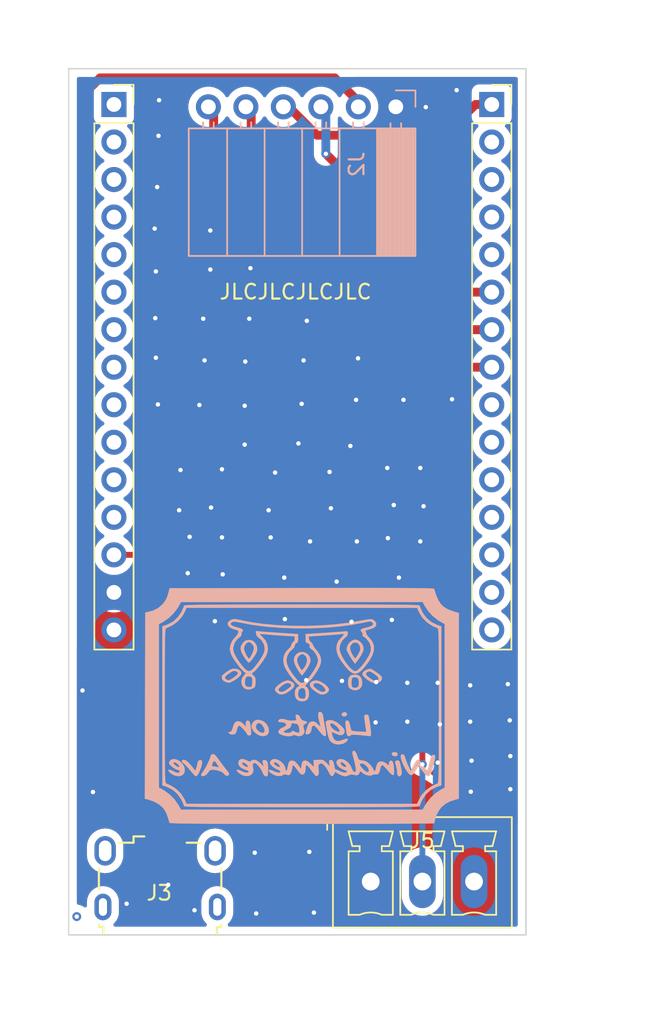
<source format=kicad_pcb>
(kicad_pcb (version 20171130) (host pcbnew "(5.1.9)-1")

  (general
    (thickness 1.6002)
    (drawings 6)
    (tracks 115)
    (zones 0)
    (modules 6)
    (nets 34)
  )

  (page A4)
  (layers
    (0 Front signal)
    (31 Back signal)
    (34 B.Paste user)
    (35 F.Paste user)
    (36 B.SilkS user)
    (37 F.SilkS user)
    (38 B.Mask user)
    (39 F.Mask user)
    (44 Edge.Cuts user)
    (45 Margin user)
    (46 B.CrtYd user)
    (47 F.CrtYd user)
    (49 F.Fab user)
  )

  (setup
    (last_trace_width 0.127)
    (user_trace_width 0.15)
    (user_trace_width 0.2)
    (user_trace_width 0.4)
    (user_trace_width 0.6)
    (user_trace_width 1)
    (user_trace_width 1.5)
    (user_trace_width 2)
    (user_trace_width 2.5)
    (user_trace_width 3)
    (trace_clearance 0.127)
    (zone_clearance 0.508)
    (zone_45_only no)
    (trace_min 0.127)
    (via_size 0.6)
    (via_drill 0.3)
    (via_min_size 0.6)
    (via_min_drill 0.3)
    (user_via 0.6 0.3)
    (user_via 0.9 0.4)
    (uvia_size 0.6858)
    (uvia_drill 0.3302)
    (uvias_allowed no)
    (uvia_min_size 0.2)
    (uvia_min_drill 0.1)
    (edge_width 0.0381)
    (segment_width 0.254)
    (pcb_text_width 0.3048)
    (pcb_text_size 1.524 1.524)
    (mod_edge_width 0.1524)
    (mod_text_size 0.8128 0.8128)
    (mod_text_width 0.1524)
    (pad_size 1.15 1.8)
    (pad_drill 0.55)
    (pad_to_mask_clearance 0)
    (aux_axis_origin 0 0)
    (visible_elements 7FFFFFFF)
    (pcbplotparams
      (layerselection 0x010fc_ffffffff)
      (usegerberextensions false)
      (usegerberattributes true)
      (usegerberadvancedattributes true)
      (creategerberjobfile true)
      (excludeedgelayer true)
      (linewidth 0.100000)
      (plotframeref false)
      (viasonmask false)
      (mode 1)
      (useauxorigin false)
      (hpglpennumber 1)
      (hpglpenspeed 20)
      (hpglpendiameter 15.000000)
      (psnegative false)
      (psa4output false)
      (plotreference true)
      (plotvalue true)
      (plotinvisibletext false)
      (padsonsilk false)
      (subtractmaskfromsilk false)
      (outputformat 1)
      (mirror false)
      (drillshape 0)
      (scaleselection 1)
      (outputdirectory "Gerbers/"))
  )

  (net 0 "")
  (net 1 +5V)
  (net 2 GND)
  (net 3 LED_Data)
  (net 4 "Net-(J1-Pad12)")
  (net 5 "Net-(J1-Pad11)")
  (net 6 "Net-(J1-Pad10)")
  (net 7 "Net-(J1-Pad9)")
  (net 8 "Net-(J1-Pad8)")
  (net 9 "Net-(J1-Pad7)")
  (net 10 "Net-(J1-Pad6)")
  (net 11 "Net-(J1-Pad5)")
  (net 12 "Net-(J1-Pad4)")
  (net 13 "Net-(J1-Pad3)")
  (net 14 "Net-(J1-Pad2)")
  (net 15 "Net-(J1-Pad1)")
  (net 16 CS)
  (net 17 SCK)
  (net 18 MOSI)
  (net 19 MISO)
  (net 20 "Net-(J3-Pad4)")
  (net 21 "Net-(J3-Pad3)")
  (net 22 "Net-(J3-Pad2)")
  (net 23 "Net-(J4-Pad15)")
  (net 24 "Net-(J4-Pad14)")
  (net 25 "Net-(J4-Pad13)")
  (net 26 "Net-(J4-Pad12)")
  (net 27 "Net-(J4-Pad11)")
  (net 28 "Net-(J4-Pad10)")
  (net 29 "Net-(J4-Pad9)")
  (net 30 "Net-(J4-Pad5)")
  (net 31 "Net-(J4-Pad4)")
  (net 32 "Net-(J4-Pad3)")
  (net 33 "Net-(J4-Pad2)")

  (net_class Default "This is the default net class."
    (clearance 0.127)
    (trace_width 0.127)
    (via_dia 0.6)
    (via_drill 0.3)
    (uvia_dia 0.6858)
    (uvia_drill 0.3302)
    (diff_pair_width 0.1524)
    (diff_pair_gap 0.254)
    (add_net +5V)
    (add_net CS)
    (add_net GND)
    (add_net LED_Data)
    (add_net MISO)
    (add_net MOSI)
    (add_net "Net-(J1-Pad1)")
    (add_net "Net-(J1-Pad10)")
    (add_net "Net-(J1-Pad11)")
    (add_net "Net-(J1-Pad12)")
    (add_net "Net-(J1-Pad2)")
    (add_net "Net-(J1-Pad3)")
    (add_net "Net-(J1-Pad4)")
    (add_net "Net-(J1-Pad5)")
    (add_net "Net-(J1-Pad6)")
    (add_net "Net-(J1-Pad7)")
    (add_net "Net-(J1-Pad8)")
    (add_net "Net-(J1-Pad9)")
    (add_net "Net-(J3-Pad2)")
    (add_net "Net-(J3-Pad3)")
    (add_net "Net-(J3-Pad4)")
    (add_net "Net-(J4-Pad10)")
    (add_net "Net-(J4-Pad11)")
    (add_net "Net-(J4-Pad12)")
    (add_net "Net-(J4-Pad13)")
    (add_net "Net-(J4-Pad14)")
    (add_net "Net-(J4-Pad15)")
    (add_net "Net-(J4-Pad2)")
    (add_net "Net-(J4-Pad3)")
    (add_net "Net-(J4-Pad4)")
    (add_net "Net-(J4-Pad5)")
    (add_net "Net-(J4-Pad9)")
    (add_net SCK)
  )

  (module Logos:logo_20_16 (layer Back) (tedit 0) (tstamp 601652CC)
    (at 129.01 91.67 180)
    (fp_text reference G*** (at 0 0) (layer B.SilkS) hide
      (effects (font (size 1.524 1.524) (thickness 0.3)) (justify mirror))
    )
    (fp_text value LOGO (at 0.75 0) (layer B.SilkS) hide
      (effects (font (size 1.524 1.524) (thickness 0.3)) (justify mirror))
    )
    (fp_poly (pts (xy 3.788218 4.410818) (xy 3.918204 4.340313) (xy 4.013332 4.245271) (xy 4.142994 4.050144)
      (xy 4.182141 3.844774) (xy 4.129516 3.613275) (xy 3.983863 3.339764) (xy 3.935981 3.26765)
      (xy 3.811928 3.095231) (xy 3.705734 2.963447) (xy 3.637808 2.897352) (xy 3.632173 2.89465)
      (xy 3.568145 2.92545) (xy 3.466273 3.026725) (xy 3.372803 3.144286) (xy 3.215792 3.369008)
      (xy 3.118189 3.53609) (xy 3.066914 3.674431) (xy 3.048884 3.812931) (xy 3.048 3.861843)
      (xy 3.051399 3.878355) (xy 3.273778 3.878355) (xy 3.296468 3.758766) (xy 3.354221 3.596132)
      (xy 3.431565 3.423235) (xy 3.513025 3.272857) (xy 3.583126 3.177778) (xy 3.612445 3.160889)
      (xy 3.658281 3.206324) (xy 3.736043 3.323502) (xy 3.801029 3.436638) (xy 3.886502 3.622006)
      (xy 3.940856 3.794328) (xy 3.951111 3.870445) (xy 3.912914 4.021383) (xy 3.818789 4.166513)
      (xy 3.699434 4.266912) (xy 3.620354 4.289778) (xy 3.489088 4.240944) (xy 3.367407 4.120179)
      (xy 3.287831 3.966087) (xy 3.273778 3.878355) (xy 3.051399 3.878355) (xy 3.090094 4.066311)
      (xy 3.211557 4.245271) (xy 3.344609 4.368781) (xy 3.482186 4.42045) (xy 3.612445 4.428323)
      (xy 3.788218 4.410818)) (layer B.SilkS) (width 0.01))
    (fp_poly (pts (xy -3.396077 4.408232) (xy -3.216249 4.27538) (xy -3.079976 4.090321) (xy -3.01119 3.883036)
      (xy -3.017401 3.73466) (xy -3.05606 3.643922) (xy -3.135813 3.496311) (xy -3.240442 3.318037)
      (xy -3.353728 3.135307) (xy -3.459453 2.974329) (xy -3.541399 2.861313) (xy -3.582048 2.822222)
      (xy -3.618718 2.864788) (xy -3.702496 2.977109) (xy -3.816242 3.136119) (xy -3.832319 3.158993)
      (xy -4.005763 3.421969) (xy -4.110059 3.626338) (xy -4.153037 3.796071) (xy -4.149633 3.84759)
      (xy -3.933065 3.84759) (xy -3.89415 3.658856) (xy -3.775595 3.431442) (xy -3.740333 3.37681)
      (xy -3.647998 3.244505) (xy -3.590603 3.195232) (xy -3.543835 3.215934) (xy -3.512358 3.254377)
      (xy -3.436419 3.37117) (xy -3.345033 3.531673) (xy -3.322323 3.574684) (xy -3.245189 3.811324)
      (xy -3.265479 4.0202) (xy -3.380519 4.184156) (xy -3.422106 4.21503) (xy -3.58895 4.267055)
      (xy -3.748304 4.219189) (xy -3.872278 4.082573) (xy -3.89893 4.024563) (xy -3.933065 3.84759)
      (xy -4.149633 3.84759) (xy -4.142526 3.955137) (xy -4.119559 4.03846) (xy -4.016546 4.216289)
      (xy -3.85414 4.363615) (xy -3.671491 4.449027) (xy -3.59553 4.4589) (xy -3.396077 4.408232)) (layer B.SilkS) (width 0.01))
    (fp_poly (pts (xy 0.208641 3.589491) (xy 0.397877 3.469931) (xy 0.419563 3.447277) (xy 0.542573 3.25877)
      (xy 0.573405 3.053878) (xy 0.512766 2.812204) (xy 0.446592 2.667718) (xy 0.335814 2.466423)
      (xy 0.221042 2.282319) (xy 0.148649 2.182662) (xy 0.016709 2.02288) (xy -0.153853 2.239106)
      (xy -0.335746 2.496155) (xy -0.472639 2.742733) (xy -0.550973 2.952144) (xy -0.564233 3.047164)
      (xy -0.549303 3.117737) (xy -0.324834 3.117737) (xy -0.30478 2.891687) (xy -0.200065 2.648759)
      (xy -0.065727 2.465704) (xy 0.006984 2.395462) (xy 0.059347 2.412499) (xy 0.103157 2.465704)
      (xy 0.175517 2.580652) (xy 0.261537 2.744792) (xy 0.289048 2.803201) (xy 0.35669 3.039933)
      (xy 0.321362 3.233952) (xy 0.181443 3.392264) (xy 0.147416 3.415948) (xy 0.017604 3.474801)
      (xy -0.096773 3.451536) (xy -0.10781 3.445829) (xy -0.25944 3.308566) (xy -0.324834 3.117737)
      (xy -0.549303 3.117737) (xy -0.516314 3.273667) (xy -0.390003 3.451344) (xy -0.210364 3.570004)
      (xy -0.002461 3.61945) (xy 0.208641 3.589491)) (layer B.SilkS) (width 0.01))
    (fp_poly (pts (xy 4.834509 2.445591) (xy 4.999562 2.354273) (xy 5.175597 2.235326) (xy 5.329943 2.111611)
      (xy 5.429927 2.005991) (xy 5.44794 1.972243) (xy 5.445179 1.813661) (xy 5.345227 1.67497)
      (xy 5.185658 1.586381) (xy 5.055322 1.542795) (xy 4.967226 1.531739) (xy 4.874741 1.558126)
      (xy 4.731238 1.626866) (xy 4.712356 1.636224) (xy 4.514307 1.75288) (xy 4.333685 1.89137)
      (xy 4.195504 2.029142) (xy 4.124772 2.143644) (xy 4.122433 2.157858) (xy 4.361141 2.157858)
      (xy 4.445307 2.043604) (xy 4.633544 1.897969) (xy 4.641802 1.892388) (xy 4.818835 1.776021)
      (xy 4.933123 1.715454) (xy 5.01472 1.702209) (xy 5.093678 1.727804) (xy 5.140155 1.751764)
      (xy 5.231818 1.831043) (xy 5.227642 1.92601) (xy 5.124043 2.044548) (xy 4.94788 2.174556)
      (xy 4.772804 2.283897) (xy 4.654093 2.334414) (xy 4.558937 2.336504) (xy 4.496325 2.317641)
      (xy 4.378872 2.247085) (xy 4.361141 2.157858) (xy 4.122433 2.157858) (xy 4.120445 2.169929)
      (xy 4.171509 2.318915) (xy 4.311058 2.427411) (xy 4.518628 2.484489) (xy 4.713111 2.486419)
      (xy 4.834509 2.445591)) (layer B.SilkS) (width 0.01))
    (fp_poly (pts (xy -4.436354 2.452159) (xy -4.271259 2.374472) (xy -4.140837 2.275247) (xy -4.092998 2.203777)
      (xy -4.080991 2.107607) (xy -4.120469 2.012667) (xy -4.225874 1.898005) (xy -4.409759 1.74416)
      (xy -4.66627 1.579041) (xy -4.902561 1.51293) (xy -5.12103 1.53454) (xy -5.293288 1.622198)
      (xy -5.38918 1.759086) (xy -5.38997 1.846283) (xy -5.174816 1.846283) (xy -5.156988 1.753028)
      (xy -5.070079 1.700481) (xy -4.955253 1.672915) (xy -4.842488 1.691055) (xy -4.699317 1.764912)
      (xy -4.55967 1.857868) (xy -4.385626 1.999574) (xy -4.315316 2.114122) (xy -4.345136 2.209317)
      (xy -4.382161 2.242177) (xy -4.478528 2.29737) (xy -4.573574 2.30237) (xy -4.696446 2.250475)
      (xy -4.876291 2.134981) (xy -4.890392 2.125288) (xy -5.086174 1.969841) (xy -5.174816 1.846283)
      (xy -5.38997 1.846283) (xy -5.390626 1.91854) (xy -5.327615 2.001172) (xy -5.19617 2.117027)
      (xy -5.02662 2.244648) (xy -4.849292 2.362581) (xy -4.694515 2.449367) (xy -4.592618 2.483552)
      (xy -4.591977 2.483555) (xy -4.436354 2.452159)) (layer B.SilkS) (width 0.01))
    (fp_poly (pts (xy -3.33934 2.056931) (xy -3.196913 1.95514) (xy -3.122003 1.772195) (xy -3.104444 1.556319)
      (xy -3.112512 1.366481) (xy -3.146291 1.248074) (xy -3.220145 1.160212) (xy -3.253168 1.132985)
      (xy -3.460018 1.032129) (xy -3.679891 1.026034) (xy -3.878521 1.113601) (xy -3.925454 1.154545)
      (xy -4.021547 1.285622) (xy -4.060453 1.451458) (xy -4.064 1.552222) (xy -4.057246 1.593661)
      (xy -3.835365 1.593661) (xy -3.829509 1.419507) (xy -3.792157 1.283516) (xy -3.770489 1.253066)
      (xy -3.643837 1.194203) (xy -3.484603 1.198386) (xy -3.397524 1.233873) (xy -3.349784 1.325124)
      (xy -3.338223 1.518026) (xy -3.341079 1.585786) (xy -3.355443 1.762435) (xy -3.383338 1.855911)
      (xy -3.440927 1.895898) (xy -3.51708 1.909078) (xy -3.662806 1.899979) (xy -3.756969 1.859834)
      (xy -3.81082 1.756823) (xy -3.835365 1.593661) (xy -4.057246 1.593661) (xy -4.022721 1.80548)
      (xy -3.901586 1.980788) (xy -3.704646 2.073848) (xy -3.558566 2.088444) (xy -3.33934 2.056931)) (layer B.SilkS) (width 0.01))
    (fp_poly (pts (xy 1.324373 1.593629) (xy 1.607827 1.394446) (xy 1.707445 1.306803) (xy 1.828687 1.16946)
      (xy 1.850193 1.052131) (xy 1.773135 0.924226) (xy 1.724121 0.872323) (xy 1.552091 0.756593)
      (xy 1.355669 0.736737) (xy 1.124445 0.813848) (xy 0.887724 0.960051) (xy 0.670653 1.132719)
      (xy 0.552902 1.274596) (xy 0.531581 1.387025) (xy 0.748326 1.387025) (xy 0.752855 1.321386)
      (xy 0.827033 1.238286) (xy 0.982795 1.116659) (xy 1.001889 1.102614) (xy 1.23053 0.960105)
      (xy 1.406766 0.91008) (xy 1.5403 0.950755) (xy 1.586639 0.995242) (xy 1.619339 1.056045)
      (xy 1.598403 1.12191) (xy 1.510217 1.216761) (xy 1.410106 1.305534) (xy 1.187125 1.461303)
      (xy 0.993652 1.522647) (xy 0.839545 1.487124) (xy 0.801511 1.456266) (xy 0.748326 1.387025)
      (xy 0.531581 1.387025) (xy 0.529486 1.39807) (xy 0.595419 1.515527) (xy 0.645026 1.563026)
      (xy 0.847164 1.676908) (xy 1.072216 1.687446) (xy 1.324373 1.593629)) (layer B.SilkS) (width 0.01))
    (fp_poly (pts (xy -0.717275 1.653563) (xy -0.633448 1.605466) (xy -0.522935 1.478109) (xy -0.522309 1.329738)
      (xy -0.631045 1.162871) (xy -0.747889 1.055463) (xy -1.007558 0.865048) (xy -1.218393 0.75943)
      (xy -1.399231 0.733043) (xy -1.568906 0.780326) (xy -1.608667 0.801226) (xy -1.765504 0.926461)
      (xy -1.813615 1.06478) (xy -1.806071 1.083819) (xy -1.568055 1.083819) (xy -1.566609 0.98789)
      (xy -1.509889 0.940493) (xy -1.388038 0.912168) (xy -1.259968 0.937629) (xy -1.093964 1.025988)
      (xy -1.001596 1.086555) (xy -0.825207 1.231024) (xy -0.744983 1.354892) (xy -0.762412 1.44913)
      (xy -0.878985 1.504708) (xy -0.931333 1.512285) (xy -1.083114 1.49412) (xy -1.241104 1.42398)
      (xy -1.386875 1.320075) (xy -1.502001 1.200618) (xy -1.568055 1.083819) (xy -1.806071 1.083819)
      (xy -1.752466 1.21909) (xy -1.581521 1.3923) (xy -1.486589 1.464449) (xy -1.195998 1.632928)
      (xy -0.940629 1.695789) (xy -0.717275 1.653563)) (layer B.SilkS) (width 0.01))
    (fp_poly (pts (xy 4.652017 5.842515) (xy 4.754237 5.817487) (xy 4.814515 5.793992) (xy 4.984532 5.684885)
      (xy 5.053644 5.553521) (xy 5.027422 5.415154) (xy 4.911436 5.285038) (xy 4.711255 5.178426)
      (xy 4.574639 5.137077) (xy 4.415043 5.0932) (xy 4.34098 5.047677) (xy 4.327048 4.977944)
      (xy 4.335185 4.92436) (xy 4.39689 4.78969) (xy 4.511423 4.652415) (xy 4.532259 4.63395)
      (xy 4.712945 4.422767) (xy 4.846174 4.153762) (xy 4.90781 3.878047) (xy 4.909427 3.835193)
      (xy 4.884241 3.667258) (xy 4.818677 3.462693) (xy 4.771196 3.355416) (xy 4.66575 3.172063)
      (xy 4.52124 2.956997) (xy 4.35623 2.733924) (xy 4.189284 2.526552) (xy 4.038969 2.358589)
      (xy 3.923848 2.253742) (xy 3.894625 2.236027) (xy 3.832334 2.198041) (xy 3.836527 2.150745)
      (xy 3.915284 2.065768) (xy 3.95332 2.029936) (xy 4.081964 1.848177) (xy 4.130153 1.640586)
      (xy 4.105649 1.433193) (xy 4.016217 1.252025) (xy 3.869619 1.123112) (xy 3.673619 1.072482)
      (xy 3.667744 1.072444) (xy 3.463322 1.103977) (xy 3.287084 1.185222) (xy 3.204087 1.264339)
      (xy 3.180131 1.353247) (xy 3.16473 1.511722) (xy 3.1618 1.616999) (xy 3.386667 1.616999)
      (xy 3.393233 1.441652) (xy 3.410073 1.316006) (xy 3.424296 1.279407) (xy 3.524223 1.243725)
      (xy 3.667659 1.249782) (xy 3.795879 1.291446) (xy 3.83476 1.322273) (xy 3.878336 1.439663)
      (xy 3.885148 1.607532) (xy 3.859675 1.778784) (xy 3.806398 1.906326) (xy 3.776403 1.935785)
      (xy 3.656144 1.965368) (xy 3.536514 1.954569) (xy 3.449106 1.922891) (xy 3.404483 1.863544)
      (xy 3.388461 1.744579) (xy 3.386667 1.616999) (xy 3.1618 1.616999) (xy 3.161753 1.618681)
      (xy 3.170214 1.804463) (xy 3.207778 1.921826) (xy 3.290635 2.014498) (xy 3.316111 2.035562)
      (xy 3.411048 2.125392) (xy 3.41492 2.175624) (xy 3.390027 2.189058) (xy 3.284034 2.261861)
      (xy 3.136948 2.408835) (xy 2.96618 2.607607) (xy 2.789145 2.835804) (xy 2.623255 3.07105)
      (xy 2.485921 3.290974) (xy 2.398939 3.462506) (xy 2.326758 3.773775) (xy 2.357073 4.090118)
      (xy 2.483461 4.38694) (xy 2.699497 4.639646) (xy 2.708389 4.64721) (xy 2.815606 4.746855)
      (xy 2.868083 4.814736) (xy 2.868257 4.827003) (xy 2.80476 4.832561) (xy 2.656713 4.82612)
      (xy 2.451651 4.809134) (xy 2.36728 4.800515) (xy 2.108757 4.775991) (xy 1.78418 4.74982)
      (xy 1.440266 4.725584) (xy 1.199445 4.710928) (xy 0.508 4.672414) (xy 0.508 4.511304)
      (xy 0.550305 4.354082) (xy 0.620889 4.289778) (xy 0.711558 4.189126) (xy 0.733778 4.100851)
      (xy 0.782518 3.96982) (xy 0.902653 3.847486) (xy 1.119978 3.621054) (xy 1.249495 3.340483)
      (xy 1.286801 3.027713) (xy 1.227491 2.704685) (xy 1.16289 2.551403) (xy 1.027922 2.317086)
      (xy 0.853353 2.058505) (xy 0.662574 1.806558) (xy 0.478975 1.59214) (xy 0.326447 1.446539)
      (xy 0.218661 1.357977) (xy 0.193312 1.312025) (xy 0.243133 1.28276) (xy 0.277387 1.271534)
      (xy 0.40181 1.178338) (xy 0.479751 1.013901) (xy 0.506672 0.811786) (xy 0.478036 0.60556)
      (xy 0.391014 0.430945) (xy 0.239006 0.31986) (xy 0.037935 0.274925) (xy -0.168263 0.298298)
      (xy -0.335653 0.392138) (xy -0.338667 0.395111) (xy -0.424404 0.546334) (xy -0.451365 0.699633)
      (xy -0.225836 0.699633) (xy -0.213669 0.555058) (xy -0.188148 0.489185) (xy -0.091149 0.454907)
      (xy 0.051035 0.458187) (xy 0.178808 0.494568) (xy 0.214489 0.519289) (xy 0.267006 0.636169)
      (xy 0.279638 0.806057) (xy 0.254269 0.977081) (xy 0.193524 1.096635) (xy 0.051568 1.176554)
      (xy -0.094848 1.161921) (xy -0.158044 1.1176) (xy -0.195843 1.026441) (xy -0.219167 0.87194)
      (xy -0.225836 0.699633) (xy -0.451365 0.699633) (xy -0.460168 0.749681) (xy -0.446965 0.96285)
      (xy -0.3858 1.143538) (xy -0.318931 1.225017) (xy -0.186307 1.32934) (xy -0.43604 1.580648)
      (xy -0.647571 1.818594) (xy -0.856354 2.096796) (xy -1.041451 2.383481) (xy -1.181927 2.646875)
      (xy -1.244842 2.808111) (xy -1.279404 3.101147) (xy -1.205206 3.38895) (xy -1.020527 3.67714)
      (xy -0.955639 3.751267) (xy -0.834558 3.897041) (xy -0.753975 4.021682) (xy -0.733778 4.080326)
      (xy -0.692523 4.175064) (xy -0.593264 4.279223) (xy -0.592667 4.279693) (xy -0.485528 4.409167)
      (xy -0.451555 4.528645) (xy -0.451555 4.666598) (xy -1.509889 4.735473) (xy -1.852081 4.758923)
      (xy -2.162138 4.782386) (xy -2.419762 4.804149) (xy -2.604653 4.8225) (xy -2.695222 4.835404)
      (xy -2.798586 4.84122) (xy -2.808578 4.786915) (xy -2.72571 4.675057) (xy -2.64785 4.596671)
      (xy -2.449735 4.366368) (xy -2.344183 4.125603) (xy -2.314222 3.848836) (xy -2.345196 3.6038)
      (xy -2.443086 3.339952) (xy -2.615346 3.042594) (xy -2.869428 2.697028) (xy -2.947054 2.600834)
      (xy -3.18145 2.345957) (xy -3.391569 2.194181) (xy -3.590531 2.145858) (xy -3.79146 2.201339)
      (xy -4.007476 2.360977) (xy -4.251702 2.625124) (xy -4.260748 2.636055) (xy -4.562721 3.043546)
      (xy -4.761471 3.411699) (xy -4.857634 3.74541) (xy -4.851849 4.049573) (xy -4.744752 4.329085)
      (xy -4.536983 4.588841) (xy -4.517557 4.607476) (xy -4.409587 4.729109) (xy -4.350194 4.83436)
      (xy -4.346222 4.856861) (xy -4.309956 4.973565) (xy -4.286113 5.004643) (xy -4.284244 5.051687)
      (xy -4.381063 5.099441) (xy -4.497779 5.132499) (xy -4.687206 5.189994) (xy -4.849101 5.256289)
      (xy -4.896555 5.282535) (xy -5.002897 5.403613) (xy -5.014257 5.537928) (xy -4.799847 5.537928)
      (xy -4.783137 5.444857) (xy -4.660847 5.361988) (xy -4.430068 5.286719) (xy -4.275667 5.251651)
      (xy -4.06524 5.193101) (xy -3.963915 5.12408) (xy -3.968075 5.040257) (xy -4.037052 4.966053)
      (xy -4.095377 4.855384) (xy -4.089693 4.789809) (xy -4.086956 4.704836) (xy -4.114759 4.684889)
      (xy -4.185747 4.647852) (xy -4.301066 4.553582) (xy -4.370279 4.487736) (xy -4.55886 4.234172)
      (xy -4.650499 3.957481) (xy -4.639057 3.678647) (xy -4.623342 3.622881) (xy -4.529292 3.401145)
      (xy -4.39093 3.157384) (xy -4.224216 2.911774) (xy -4.045109 2.684491) (xy -3.869569 2.49571)
      (xy -3.713557 2.365605) (xy -3.593032 2.314353) (xy -3.588106 2.314222) (xy -3.455017 2.362724)
      (xy -3.292687 2.494219) (xy -3.115759 2.687691) (xy -2.938878 2.922125) (xy -2.776688 3.176504)
      (xy -2.643834 3.429812) (xy -2.554961 3.661034) (xy -2.524606 3.840421) (xy -2.569937 4.108636)
      (xy -2.691223 4.362367) (xy -2.866403 4.558462) (xy -2.906459 4.587292) (xy -3.039005 4.704604)
      (xy -3.084735 4.840765) (xy -3.08563 4.869084) (xy -3.079606 4.968567) (xy -3.041449 5.012605)
      (xy -2.941031 5.0172) (xy -2.826926 5.006494) (xy -2.691587 4.994709) (xy -2.46535 4.97758)
      (xy -2.169996 4.956646) (xy -1.827307 4.933443) (xy -1.459063 4.90951) (xy -1.397 4.905575)
      (xy -0.225778 4.831587) (xy -0.225778 4.538579) (xy -0.231033 4.364631) (xy -0.256407 4.271118)
      (xy -0.316313 4.225733) (xy -0.372972 4.208628) (xy -0.479139 4.160529) (xy -0.499387 4.069687)
      (xy -0.493852 4.034036) (xy -0.49827 3.92471) (xy -0.576963 3.835906) (xy -0.648764 3.789461)
      (xy -0.80002 3.653155) (xy -0.938335 3.450763) (xy -1.037575 3.228313) (xy -1.071893 3.04429)
      (xy -1.032629 2.852312) (xy -0.922885 2.600655) (xy -0.752855 2.308607) (xy -0.532733 1.995452)
      (xy -0.484567 1.933222) (xy -0.287712 1.699592) (xy -0.128657 1.56136) (xy 0.01082 1.515916)
      (xy 0.148942 1.560651) (xy 0.303934 1.692957) (xy 0.406091 1.805717) (xy 0.688871 2.165494)
      (xy 0.898859 2.501526) (xy 1.028989 2.80068) (xy 1.072234 3.044121) (xy 1.018506 3.352576)
      (xy 0.860931 3.620953) (xy 0.680708 3.788208) (xy 0.546283 3.929213) (xy 0.508 4.051677)
      (xy 0.465882 4.176661) (xy 0.395111 4.216978) (xy 0.327097 4.253187) (xy 0.293064 4.335549)
      (xy 0.28246 4.494114) (xy 0.282222 4.538488) (xy 0.282222 4.830477) (xy 1.397 4.902187)
      (xy 1.764075 4.926348) (xy 2.11428 4.9504) (xy 2.42369 4.972626) (xy 2.668383 4.991306)
      (xy 2.824438 5.004722) (xy 2.824917 5.004769) (xy 3.138055 5.035641) (xy 3.135361 4.874455)
      (xy 3.087497 4.714164) (xy 2.968523 4.600301) (xy 2.729724 4.37992) (xy 2.59154 4.112952)
      (xy 2.555378 3.935579) (xy 2.549288 3.769012) (xy 2.580975 3.615396) (xy 2.661814 3.429874)
      (xy 2.704285 3.348239) (xy 2.831499 3.133546) (xy 2.98826 2.903653) (xy 3.154693 2.684246)
      (xy 3.310922 2.50101) (xy 3.437072 2.379631) (xy 3.472627 2.355271) (xy 3.599481 2.326886)
      (xy 3.690095 2.33564) (xy 3.800633 2.402625) (xy 3.949455 2.546393) (xy 4.11906 2.745582)
      (xy 4.291947 2.978833) (xy 4.450615 3.224786) (xy 4.521674 3.350576) (xy 4.622335 3.557681)
      (xy 4.669657 3.717545) (xy 4.675068 3.875392) (xy 4.669511 3.935579) (xy 4.586119 4.233601)
      (xy 4.405748 4.47896) (xy 4.25541 4.600222) (xy 4.134208 4.718021) (xy 4.110671 4.817884)
      (xy 4.098316 4.937143) (xy 4.069293 4.984395) (xy 4.013123 5.071531) (xy 4.044167 5.144336)
      (xy 4.171016 5.210643) (xy 4.387667 5.274645) (xy 4.652846 5.356601) (xy 4.809512 5.441308)
      (xy 4.856361 5.527417) (xy 4.79209 5.613578) (xy 4.743778 5.643136) (xy 4.6482 5.666527)
      (xy 4.492247 5.658628) (xy 4.256341 5.617799) (xy 4.137 5.592277) (xy 3.320833 5.440945)
      (xy 2.425993 5.32777) (xy 1.475191 5.252667) (xy 0.49114 5.215552) (xy -0.503449 5.21634)
      (xy -1.485867 5.254948) (xy -2.4334 5.331292) (xy -3.323339 5.445287) (xy -4.132972 5.59685)
      (xy -4.248218 5.623322) (xy -4.465665 5.669142) (xy -4.60294 5.681543) (xy -4.687319 5.661724)
      (xy -4.713884 5.643803) (xy -4.799847 5.537928) (xy -5.014257 5.537928) (xy -5.0151 5.54789)
      (xy -4.941054 5.690251) (xy -4.788648 5.805581) (xy -4.723643 5.833022) (xy -4.631037 5.83619)
      (xy -4.453317 5.818234) (xy -4.21559 5.782433) (xy -3.94296 5.732067) (xy -3.928309 5.729114)
      (xy -3.08425 5.58549) (xy -2.172573 5.479673) (xy -1.215478 5.411568) (xy -0.235167 5.38108)
      (xy 0.746158 5.388114) (xy 1.706297 5.432575) (xy 2.623046 5.514369) (xy 3.474205 5.633399)
      (xy 4.12851 5.763544) (xy 4.370432 5.816932) (xy 4.534508 5.842792) (xy 4.652017 5.842515)) (layer B.SilkS) (width 0.01))
    (fp_poly (pts (xy -2.709939 -0.511382) (xy -2.663235 -0.599975) (xy -2.707294 -0.694599) (xy -2.754575 -0.727783)
      (xy -2.882354 -0.752397) (xy -2.964707 -0.711531) (xy -3.039003 -0.611826) (xy -3.019115 -0.518919)
      (xy -2.921052 -0.464139) (xy -2.837137 -0.461887) (xy -2.709939 -0.511382)) (layer B.SilkS) (width 0.01))
    (fp_poly (pts (xy 3.79281 -1.067509) (xy 3.831164 -1.194346) (xy 3.828508 -1.261444) (xy 3.806577 -1.449298)
      (xy 3.984287 -1.260872) (xy 4.155455 -1.11955) (xy 4.321966 -1.072574) (xy 4.331865 -1.072445)
      (xy 4.476646 -1.095672) (xy 4.580026 -1.178556) (xy 4.659112 -1.340898) (xy 4.708013 -1.507835)
      (xy 4.766304 -1.67616) (xy 4.831433 -1.771526) (xy 4.857859 -1.78331) (xy 4.978636 -1.799147)
      (xy 5.004751 -1.834036) (xy 4.967111 -1.890889) (xy 4.851535 -1.957555) (xy 4.69673 -1.971538)
      (xy 4.560051 -1.931587) (xy 4.523598 -1.90058) (xy 4.472126 -1.79862) (xy 4.423771 -1.641611)
      (xy 4.415445 -1.604545) (xy 4.362454 -1.449303) (xy 4.291451 -1.369734) (xy 4.280223 -1.36629)
      (xy 4.208786 -1.399414) (xy 4.096189 -1.497023) (xy 3.966997 -1.631817) (xy 3.845774 -1.776498)
      (xy 3.757086 -1.903768) (xy 3.725333 -1.982929) (xy 3.680767 -2.022304) (xy 3.585594 -2.029677)
      (xy 3.49761 -2.004571) (xy 3.477158 -1.984981) (xy 3.460898 -1.892056) (xy 3.464521 -1.727064)
      (xy 3.483515 -1.526199) (xy 3.513368 -1.325653) (xy 3.54957 -1.161616) (xy 3.587609 -1.070283)
      (xy 3.591679 -1.066256) (xy 3.706056 -1.019104) (xy 3.79281 -1.067509)) (layer B.SilkS) (width 0.01))
    (fp_poly (pts (xy 3.140272 -0.989249) (xy 3.304566 -1.098101) (xy 3.421596 -1.282993) (xy 3.430292 -1.487736)
      (xy 3.33089 -1.701263) (xy 3.290524 -1.753122) (xy 3.081646 -1.940714) (xy 2.848096 -2.051916)
      (xy 2.615402 -2.079765) (xy 2.409087 -2.0173) (xy 2.383226 -2.000577) (xy 2.281364 -1.867678)
      (xy 2.256004 -1.686922) (xy 2.259104 -1.672332) (xy 2.547311 -1.672332) (xy 2.564659 -1.800381)
      (xy 2.56624 -1.803014) (xy 2.659495 -1.858668) (xy 2.801259 -1.836351) (xy 2.952385 -1.748306)
      (xy 3.066057 -1.634436) (xy 3.132457 -1.52466) (xy 3.134635 -1.382861) (xy 3.071985 -1.256051)
      (xy 2.968979 -1.18805) (xy 2.942964 -1.185334) (xy 2.817004 -1.233278) (xy 2.694839 -1.353767)
      (xy 2.597823 -1.51179) (xy 2.547311 -1.672332) (xy 2.259104 -1.672332) (xy 2.298902 -1.485032)
      (xy 2.401813 -1.288731) (xy 2.556495 -1.12474) (xy 2.67642 -1.050232) (xy 2.929534 -0.969095)
      (xy 3.140272 -0.989249)) (layer B.SilkS) (width 0.01))
    (fp_poly (pts (xy 0.423813 -0.634542) (xy 0.44785 -0.697102) (xy 0.434743 -0.815516) (xy 0.403159 -1.010144)
      (xy 0.667246 -1.027338) (xy 0.865587 -1.021931) (xy 1.044534 -0.9877) (xy 1.09015 -0.970513)
      (xy 1.265132 -0.919074) (xy 1.436642 -0.915856) (xy 1.569272 -0.956924) (xy 1.626454 -1.030111)
      (xy 1.614479 -1.100629) (xy 1.525363 -1.127175) (xy 1.467984 -1.128889) (xy 1.267216 -1.153082)
      (xy 1.135411 -1.214786) (xy 1.082497 -1.297693) (xy 1.118404 -1.385493) (xy 1.253062 -1.461875)
      (xy 1.263175 -1.465303) (xy 1.448261 -1.554487) (xy 1.575746 -1.670528) (xy 1.623997 -1.790784)
      (xy 1.616306 -1.834891) (xy 1.52745 -1.92958) (xy 1.361528 -2.008345) (xy 1.154006 -2.064227)
      (xy 0.940351 -2.09027) (xy 0.756029 -2.079514) (xy 0.638238 -2.026771) (xy 0.550717 -1.994135)
      (xy 0.461326 -2.026771) (xy 0.252903 -2.085166) (xy 0.052597 -2.04877) (xy -0.061336 -1.970664)
      (xy -0.148552 -1.828599) (xy -0.146002 -1.716664) (xy -0.139744 -1.690908) (xy 0.183117 -1.690908)
      (xy 0.204974 -1.81611) (xy 0.293408 -1.852919) (xy 0.452072 -1.805177) (xy 0.511817 -1.776026)
      (xy 0.62853 -1.722726) (xy 0.684964 -1.727333) (xy 0.712609 -1.776026) (xy 0.786932 -1.83255)
      (xy 0.926457 -1.860418) (xy 1.086481 -1.856761) (xy 1.222303 -1.818713) (xy 1.238033 -1.809731)
      (xy 1.261244 -1.767739) (xy 1.201519 -1.711394) (xy 1.047102 -1.629799) (xy 1.040477 -1.626655)
      (xy 0.869049 -1.533864) (xy 0.77921 -1.447456) (xy 0.744433 -1.341336) (xy 0.743612 -1.334595)
      (xy 0.716019 -1.222822) (xy 0.651467 -1.197474) (xy 0.602501 -1.20732) (xy 0.457709 -1.234989)
      (xy 0.383176 -1.241007) (xy 0.297843 -1.294876) (xy 0.228682 -1.457209) (xy 0.224185 -1.473472)
      (xy 0.183117 -1.690908) (xy -0.139744 -1.690908) (xy -0.105222 -1.548827) (xy -0.081216 -1.449966)
      (xy -0.08272 -1.339679) (xy -0.170667 -1.264843) (xy -0.194105 -1.25362) (xy -0.313354 -1.178998)
      (xy -0.320462 -1.115708) (xy -0.215713 -1.064842) (xy -0.140773 -1.047883) (xy 0.012476 -0.994273)
      (xy 0.107915 -0.88167) (xy 0.138569 -0.815824) (xy 0.226382 -0.670011) (xy 0.334202 -0.621096)
      (xy 0.343172 -0.620889) (xy 0.423813 -0.634542)) (layer B.SilkS) (width 0.01))
    (fp_poly (pts (xy -1.155478 -0.431771) (xy -1.092109 -0.513368) (xy -1.075724 -0.67927) (xy -1.106296 -0.911147)
      (xy -1.1565 -1.105807) (xy -1.2137 -1.300623) (xy -1.23086 -1.396998) (xy -1.201269 -1.404345)
      (xy -1.118218 -1.332079) (xy -1.046147 -1.260636) (xy -0.900803 -1.135) (xy -0.776082 -1.083961)
      (xy -0.670839 -1.082836) (xy -0.570307 -1.103939) (xy -0.490335 -1.156095) (xy -0.420907 -1.25656)
      (xy -0.35201 -1.422589) (xy -0.273631 -1.671436) (xy -0.220215 -1.859315) (xy -0.238259 -1.934919)
      (xy -0.322637 -1.961918) (xy -0.436181 -1.936776) (xy -0.5122 -1.887088) (xy -0.59753 -1.754705)
      (xy -0.621753 -1.642252) (xy -0.64902 -1.470913) (xy -0.720006 -1.376491) (xy -0.810872 -1.372173)
      (xy -0.886732 -1.43124) (xy -1.005647 -1.555986) (xy -1.143802 -1.721133) (xy -1.164293 -1.747287)
      (xy -1.339265 -1.954316) (xy -1.469069 -2.063951) (xy -1.559424 -2.079567) (xy -1.613231 -2.012237)
      (xy -1.614752 -1.927447) (xy -1.595486 -1.759731) (xy -1.559096 -1.536372) (xy -1.526793 -1.368371)
      (xy -1.477835 -1.117342) (xy -1.43914 -0.898409) (xy -1.415739 -0.741214) (xy -1.411111 -0.68661)
      (xy -1.373565 -0.554383) (xy -1.284004 -0.456041) (xy -1.177042 -0.426091) (xy -1.155478 -0.431771)) (layer B.SilkS) (width 0.01))
    (fp_poly (pts (xy -4.28755 -0.628857) (xy -4.207562 -0.673367) (xy -4.20193 -0.7489) (xy -4.213747 -0.907934)
      (xy -4.240512 -1.122858) (xy -4.259625 -1.24827) (xy -4.294928 -1.475817) (xy -4.320058 -1.65608)
      (xy -4.33166 -1.763946) (xy -4.33106 -1.783314) (xy -4.272863 -1.785656) (xy -4.128379 -1.781197)
      (xy -3.923943 -1.770892) (xy -3.823175 -1.764841) (xy -3.585767 -1.748193) (xy -3.437628 -1.729389)
      (xy -3.355288 -1.7005) (xy -3.315274 -1.653596) (xy -3.295403 -1.586541) (xy -3.235859 -1.328393)
      (xy -3.190179 -1.161966) (xy -3.149455 -1.068412) (xy -3.104781 -1.028883) (xy -3.047247 -1.024531)
      (xy -3.030766 -1.026595) (xy -2.973018 -1.038173) (xy -2.937173 -1.066265) (xy -2.921581 -1.130468)
      (xy -2.924591 -1.25038) (xy -2.94455 -1.445596) (xy -2.974589 -1.693334) (xy -3.003908 -1.893927)
      (xy -3.037416 -2.007928) (xy -3.086766 -2.061389) (xy -3.146778 -2.078259) (xy -3.246523 -2.067085)
      (xy -3.273778 -2.027571) (xy -3.303883 -1.994898) (xy -3.404535 -1.981052) (xy -3.591236 -1.985072)
      (xy -3.767667 -1.996933) (xy -4.017348 -2.018354) (xy -4.245504 -2.041709) (xy -4.412461 -2.062827)
      (xy -4.44435 -2.068043) (xy -4.588228 -2.075302) (xy -4.656168 -2.024647) (xy -4.659371 -2.017084)
      (xy -4.663071 -1.933435) (xy -4.651509 -1.767452) (xy -4.628498 -1.548069) (xy -4.597851 -1.304216)
      (xy -4.56338 -1.064828) (xy -4.528898 -0.858837) (xy -4.498216 -0.715173) (xy -4.481607 -0.668067)
      (xy -4.401894 -0.626574) (xy -4.28755 -0.628857)) (layer B.SilkS) (width 0.01))
    (fp_poly (pts (xy -1.720682 -1.016332) (xy -1.612434 -1.078021) (xy -1.589144 -1.172687) (xy -1.597244 -1.228651)
      (xy -1.621745 -1.362887) (xy -1.657291 -1.563875) (xy -1.694442 -1.778) (xy -1.740337 -2.001679)
      (xy -1.794126 -2.201097) (xy -1.84167 -2.327378) (xy -1.99202 -2.504654) (xy -2.209511 -2.613665)
      (xy -2.46632 -2.647186) (xy -2.734626 -2.597993) (xy -2.794022 -2.574662) (xy -2.958477 -2.479786)
      (xy -3.062955 -2.373739) (xy -3.086663 -2.279231) (xy -3.079428 -2.262965) (xy -3.007092 -2.247838)
      (xy -2.857055 -2.289032) (xy -2.787667 -2.316937) (xy -2.520379 -2.405216) (xy -2.319733 -2.407417)
      (xy -2.175795 -2.32041) (xy -2.078634 -2.141068) (xy -2.06242 -2.088445) (xy -2.021953 -1.942984)
      (xy -1.998036 -1.856562) (xy -2.001768 -1.813651) (xy -2.061175 -1.818876) (xy -2.194198 -1.875766)
      (xy -2.260893 -1.908252) (xy -2.508446 -2.000803) (xy -2.696468 -2.006645) (xy -2.819209 -1.926942)
      (xy -2.868902 -1.784885) (xy -2.866193 -1.737919) (xy -2.54 -1.737919) (xy -2.498 -1.782516)
      (xy -2.387273 -1.76634) (xy -2.230727 -1.694545) (xy -2.162922 -1.653054) (xy -2.0297 -1.538883)
      (xy -1.933078 -1.407274) (xy -1.891848 -1.289734) (xy -1.909724 -1.228587) (xy -1.997167 -1.212325)
      (xy -2.126491 -1.265041) (xy -2.27156 -1.365614) (xy -2.406239 -1.492923) (xy -2.504392 -1.625848)
      (xy -2.54 -1.737919) (xy -2.866193 -1.737919) (xy -2.862752 -1.678288) (xy -2.806811 -1.569363)
      (xy -2.684428 -1.430404) (xy -2.614512 -1.361525) (xy -2.348355 -1.148855) (xy -2.087359 -1.022713)
      (xy -1.847597 -0.989306) (xy -1.720682 -1.016332)) (layer B.SilkS) (width 0.01))
    (fp_poly (pts (xy -6.114848 -3.187341) (xy -6.056319 -3.258411) (xy -6.098052 -3.360917) (xy -6.200141 -3.424907)
      (xy -6.326541 -3.439917) (xy -6.426341 -3.404257) (xy -6.448535 -3.372556) (xy -6.453224 -3.246133)
      (xy -6.362903 -3.173916) (xy -6.263961 -3.160889) (xy -6.114848 -3.187341)) (layer B.SilkS) (width 0.01))
    (fp_poly (pts (xy 8.843115 -3.649882) (xy 8.92048 -3.699154) (xy 9.004471 -3.803331) (xy 9.031111 -3.879535)
      (xy 8.98378 -3.993562) (xy 8.861628 -4.124849) (xy 8.694416 -4.248153) (xy 8.511905 -4.338232)
      (xy 8.476504 -4.349944) (xy 8.333337 -4.401524) (xy 8.284411 -4.448496) (xy 8.304648 -4.496147)
      (xy 8.374588 -4.5547) (xy 8.46506 -4.562863) (xy 8.602776 -4.517292) (xy 8.768622 -4.438021)
      (xy 8.927032 -4.370055) (xy 9.036483 -4.346622) (xy 9.066324 -4.357533) (xy 9.057228 -4.438148)
      (xy 8.973057 -4.542568) (xy 8.840846 -4.646459) (xy 8.68763 -4.725486) (xy 8.640191 -4.741105)
      (xy 8.438677 -4.78672) (xy 8.296971 -4.786255) (xy 8.171396 -4.738737) (xy 8.156222 -4.73033)
      (xy 8.03575 -4.641757) (xy 7.976875 -4.527831) (xy 7.959714 -4.347623) (xy 7.959531 -4.325471)
      (xy 7.997064 -4.152997) (xy 8.330493 -4.152997) (xy 8.378579 -4.178626) (xy 8.481944 -4.139467)
      (xy 8.618741 -4.04058) (xy 8.710898 -3.942648) (xy 8.739935 -3.871549) (xy 8.735016 -3.862078)
      (xy 8.652799 -3.849233) (xy 8.533115 -3.896636) (xy 8.416568 -3.982993) (xy 8.355275 -4.061203)
      (xy 8.330493 -4.152997) (xy 7.997064 -4.152997) (xy 8.00275 -4.126873) (xy 8.118525 -3.942511)
      (xy 8.283653 -3.787507) (xy 8.47493 -3.676985) (xy 8.669152 -3.626069) (xy 8.843115 -3.649882)) (layer B.SilkS) (width 0.01))
    (fp_poly (pts (xy 8.145578 -3.720334) (xy 8.167124 -3.782147) (xy 8.106471 -3.863891) (xy 8.033589 -3.925198)
      (xy 7.91239 -4.037556) (xy 7.754972 -4.207015) (xy 7.592301 -4.399958) (xy 7.567636 -4.431041)
      (xy 7.424277 -4.600828) (xy 7.29722 -4.728914) (xy 7.208419 -4.793831) (xy 7.192608 -4.797778)
      (xy 7.121194 -4.747757) (xy 7.030364 -4.612265) (xy 6.961317 -4.473222) (xy 6.843068 -4.16919)
      (xy 6.786411 -3.930963) (xy 6.792512 -3.76747) (xy 6.858868 -3.688968) (xy 6.967637 -3.698832)
      (xy 7.06071 -3.791293) (xy 7.111568 -3.936579) (xy 7.114546 -3.976011) (xy 7.138553 -4.112988)
      (xy 7.186034 -4.25362) (xy 7.254977 -4.415018) (xy 7.525768 -4.070344) (xy 7.731856 -3.840533)
      (xy 7.910802 -3.707891) (xy 8.057536 -3.675279) (xy 8.145578 -3.720334)) (layer B.SilkS) (width 0.01))
    (fp_poly (pts (xy 6.183668 -3.35645) (xy 6.208889 -3.422167) (xy 6.236011 -3.53779) (xy 6.307452 -3.719127)
      (xy 6.408328 -3.935776) (xy 6.523752 -4.157334) (xy 6.638839 -4.353399) (xy 6.725844 -4.478007)
      (xy 6.832716 -4.633463) (xy 6.854302 -4.729655) (xy 6.840415 -4.753274) (xy 6.730729 -4.792393)
      (xy 6.590851 -4.74987) (xy 6.451027 -4.63941) (xy 6.378281 -4.543873) (xy 6.293778 -4.429008)
      (xy 6.19861 -4.366048) (xy 6.065853 -4.349577) (xy 5.868583 -4.37418) (xy 5.701615 -4.407784)
      (xy 5.465001 -4.486086) (xy 5.329376 -4.599365) (xy 5.328562 -4.6006) (xy 5.204971 -4.736376)
      (xy 5.080733 -4.762001) (xy 4.996948 -4.721272) (xy 4.956276 -4.677863) (xy 4.958121 -4.619379)
      (xy 5.011767 -4.524371) (xy 5.126498 -4.371389) (xy 5.174906 -4.310114) (xy 5.265539 -4.193522)
      (xy 5.631836 -4.193522) (xy 5.814529 -4.156983) (xy 5.964322 -4.131344) (xy 6.070853 -4.120448)
      (xy 6.071897 -4.120445) (xy 6.11672 -4.096925) (xy 6.106336 -4.009164) (xy 6.087506 -3.951008)
      (xy 6.026193 -3.808495) (xy 5.964749 -3.765626) (xy 5.885954 -3.822933) (xy 5.786139 -3.960354)
      (xy 5.631836 -4.193522) (xy 5.265539 -4.193522) (xy 5.349231 -4.085861) (xy 5.533756 -3.84107)
      (xy 5.672667 -3.650758) (xy 5.796258 -3.486992) (xy 5.902822 -3.362908) (xy 5.969 -3.305565)
      (xy 6.088403 -3.299451) (xy 6.183668 -3.35645)) (layer B.SilkS) (width 0.01))
    (fp_poly (pts (xy 4.165513 -3.634932) (xy 4.286211 -3.725784) (xy 4.335201 -3.875048) (xy 4.299206 -4.053758)
      (xy 4.156995 -4.206216) (xy 3.913085 -4.328122) (xy 3.83058 -4.355181) (xy 3.668869 -4.417533)
      (xy 3.619355 -4.47463) (xy 3.681518 -4.527457) (xy 3.730368 -4.545376) (xy 3.872571 -4.540249)
      (xy 4.08011 -4.461781) (xy 4.124221 -4.439646) (xy 4.309522 -4.360934) (xy 4.420286 -4.348115)
      (xy 4.448017 -4.394153) (xy 4.384217 -4.492014) (xy 4.291733 -4.578335) (xy 4.064282 -4.720661)
      (xy 3.837628 -4.782277) (xy 3.63 -4.770579) (xy 3.459625 -4.692961) (xy 3.344731 -4.556816)
      (xy 3.303545 -4.36954) (xy 3.335119 -4.190274) (xy 3.347347 -4.109768) (xy 3.681855 -4.109768)
      (xy 3.6942 -4.168362) (xy 3.77401 -4.167688) (xy 3.895678 -4.112366) (xy 3.975747 -4.056737)
      (xy 4.074999 -3.957183) (xy 4.076582 -3.886008) (xy 4.068179 -3.876268) (xy 3.989335 -3.866718)
      (xy 3.873188 -3.916607) (xy 3.75886 -4.002289) (xy 3.685472 -4.100119) (xy 3.681855 -4.109768)
      (xy 3.347347 -4.109768) (xy 3.361199 -4.018578) (xy 3.303345 -3.919961) (xy 3.205104 -3.895531)
      (xy 3.122741 -3.938082) (xy 3.007529 -4.048637) (xy 2.883763 -4.197841) (xy 2.775734 -4.356338)
      (xy 2.707736 -4.494774) (xy 2.706761 -4.497719) (xy 2.61889 -4.68642) (xy 2.513337 -4.789429)
      (xy 2.404064 -4.796423) (xy 2.351852 -4.760148) (xy 2.331928 -4.685787) (xy 2.31992 -4.533585)
      (xy 2.315925 -4.338319) (xy 2.320039 -4.134766) (xy 2.332362 -3.957704) (xy 2.34931 -3.854203)
      (xy 2.420067 -3.743338) (xy 2.532716 -3.684675) (xy 2.642745 -3.697742) (xy 2.665583 -3.71545)
      (xy 2.693383 -3.814655) (xy 2.660535 -3.953439) (xy 2.597712 -4.133654) (xy 2.849817 -3.901271)
      (xy 3.072922 -3.732853) (xy 3.261908 -3.671098) (xy 3.418432 -3.715604) (xy 3.461667 -3.751953)
      (xy 3.525671 -3.79684) (xy 3.604812 -3.791253) (xy 3.735357 -3.730397) (xy 3.771057 -3.711046)
      (xy 3.98903 -3.628635) (xy 4.165513 -3.634932)) (layer B.SilkS) (width 0.01))
    (fp_poly (pts (xy -3.431896 -3.093082) (xy -3.395765 -3.162832) (xy -3.402297 -3.278853) (xy -3.439569 -3.42933)
      (xy -3.523976 -3.74745) (xy -3.587391 -4.029603) (xy -3.625927 -4.255101) (xy -3.635695 -4.403261)
      (xy -3.62949 -4.43966) (xy -3.567258 -4.507717) (xy -3.485642 -4.483687) (xy -3.405819 -4.380832)
      (xy -3.363498 -4.273078) (xy -3.297498 -4.130284) (xy -2.991555 -4.130284) (xy -2.950644 -4.174084)
      (xy -2.848313 -4.157177) (xy -2.721893 -4.089022) (xy -2.630362 -3.995309) (xy -2.597292 -3.902329)
      (xy -2.63063 -3.844136) (xy -2.663362 -3.838222) (xy -2.748523 -3.874915) (xy -2.859003 -3.9606)
      (xy -2.953686 -4.058688) (xy -2.991555 -4.130284) (xy -3.297498 -4.130284) (xy -3.25679 -4.042213)
      (xy -3.09257 -3.848226) (xy -2.894445 -3.706527) (xy -2.686019 -3.632524) (xy -2.4909 -3.641627)
      (xy -2.433054 -3.665708) (xy -2.330801 -3.768728) (xy -2.31829 -3.903705) (xy -2.384547 -4.051609)
      (xy -2.518597 -4.193406) (xy -2.709467 -4.310065) (xy -2.830789 -4.355458) (xy -2.992276 -4.417947)
      (xy -3.041325 -4.475274) (xy -2.978242 -4.528002) (xy -2.933574 -4.544266) (xy -2.803317 -4.540991)
      (xy -2.615778 -4.479375) (xy -2.552574 -4.450355) (xy -2.395071 -4.379063) (xy -2.280195 -4.33743)
      (xy -2.245528 -4.332554) (xy -2.215875 -4.289525) (xy -2.18421 -4.165846) (xy -2.167832 -4.064364)
      (xy -2.113495 -3.831415) (xy -2.026932 -3.704029) (xy -1.909309 -3.683746) (xy -1.885438 -3.691393)
      (xy -1.825444 -3.745297) (xy -1.820382 -3.859479) (xy -1.829889 -3.91846) (xy -1.865896 -4.110393)
      (xy -1.64459 -3.889087) (xy -1.51243 -3.76444) (xy -1.406143 -3.700159) (xy -1.279062 -3.678773)
      (xy -1.092642 -3.682446) (xy -0.762 -3.697111) (xy -0.783102 -4.174157) (xy -0.569624 -3.949745)
      (xy -0.377091 -3.784229) (xy -0.216375 -3.725453) (xy -0.209626 -3.725334) (xy -0.086229 -3.746514)
      (xy -0.009011 -3.825304) (xy 0.039109 -3.984577) (xy 0.054466 -4.078956) (xy 0.084667 -4.291468)
      (xy 0.282764 -4.022512) (xy 0.42158 -3.85497) (xy 0.541603 -3.766697) (xy 0.660013 -3.736148)
      (xy 0.790773 -3.742687) (xy 0.879328 -3.805552) (xy 0.940351 -3.943923) (xy 0.986134 -4.162482)
      (xy 1.023778 -4.320585) (xy 1.067885 -4.417728) (xy 1.106549 -4.439505) (xy 1.127863 -4.371513)
      (xy 1.1291 -4.335442) (xy 1.167227 -4.157493) (xy 1.49116 -4.157493) (xy 1.541545 -4.174814)
      (xy 1.672682 -4.129684) (xy 1.752581 -4.090773) (xy 1.866946 -4.008767) (xy 1.918832 -3.926409)
      (xy 1.919111 -3.92144) (xy 1.885785 -3.845632) (xy 1.799552 -3.847216) (xy 1.681032 -3.917924)
      (xy 1.550846 -4.049486) (xy 1.528429 -4.078111) (xy 1.49116 -4.157493) (xy 1.167227 -4.157493)
      (xy 1.172355 -4.133562) (xy 1.286557 -3.948232) (xy 1.449363 -3.793304) (xy 1.638429 -3.682629)
      (xy 1.831409 -3.630059) (xy 2.00596 -3.649445) (xy 2.11545 -3.723989) (xy 2.187688 -3.821193)
      (xy 2.185993 -3.907394) (xy 2.141824 -3.997302) (xy 2.043611 -4.108809) (xy 1.884342 -4.228327)
      (xy 1.776808 -4.289778) (xy 1.618297 -4.369829) (xy 1.505775 -4.427511) (xy 1.471319 -4.445941)
      (xy 1.482763 -4.491354) (xy 1.513014 -4.527147) (xy 1.580796 -4.555835) (xy 1.697902 -4.536338)
      (xy 1.877231 -4.469762) (xy 2.07285 -4.391182) (xy 2.186911 -4.355747) (xy 2.241114 -4.360978)
      (xy 2.257158 -4.404397) (xy 2.257778 -4.426285) (xy 2.208846 -4.512782) (xy 2.083367 -4.611182)
      (xy 1.913317 -4.702295) (xy 1.730671 -4.766931) (xy 1.668519 -4.779937) (xy 1.443665 -4.77223)
      (xy 1.326962 -4.718641) (xy 1.191262 -4.658323) (xy 1.075958 -4.683009) (xy 0.950861 -4.716526)
      (xy 0.882922 -4.708383) (xy 0.802059 -4.628387) (xy 0.730465 -4.47755) (xy 0.685041 -4.297665)
      (xy 0.677333 -4.20002) (xy 0.660557 -4.07893) (xy 0.607774 -4.05542) (xy 0.515301 -4.131046)
      (xy 0.379458 -4.307364) (xy 0.361256 -4.333633) (xy 0.235729 -4.498701) (xy 0.119804 -4.621347)
      (xy 0.039145 -4.674758) (xy -0.101287 -4.655837) (xy -0.191177 -4.540379) (xy -0.225572 -4.335122)
      (xy -0.225778 -4.31442) (xy -0.236435 -4.158156) (xy -0.263198 -4.055628) (xy -0.276017 -4.039613)
      (xy -0.333616 -4.064093) (xy -0.430469 -4.159581) (xy -0.515906 -4.266136) (xy -0.689813 -4.5007)
      (xy -0.811157 -4.656381) (xy -0.893761 -4.745601) (xy -0.951449 -4.780782) (xy -0.998045 -4.774345)
      (xy -1.044492 -4.74111) (xy -1.100025 -4.672272) (xy -1.121475 -4.567053) (xy -1.11405 -4.392376)
      (xy -1.108417 -4.335164) (xy -1.093507 -4.147667) (xy -1.103149 -4.039375) (xy -1.144316 -3.977984)
      (xy -1.192092 -3.947494) (xy -1.282493 -3.9191) (xy -1.372368 -3.953425) (xy -1.480591 -4.04483)
      (xy -1.603158 -4.191159) (xy -1.727092 -4.387467) (xy -1.784582 -4.501445) (xy -1.893232 -4.699466)
      (xy -1.99202 -4.7857) (xy -2.082591 -4.760661) (xy -2.16659 -4.624864) (xy -2.168094 -4.621308)
      (xy -2.231419 -4.508933) (xy -2.280579 -4.507601) (xy -2.285222 -4.514297) (xy -2.369816 -4.586381)
      (xy -2.520681 -4.669154) (xy -2.695255 -4.743316) (xy -2.850976 -4.789567) (xy -2.906889 -4.796191)
      (xy -3.0391 -4.771064) (xy -3.173264 -4.717011) (xy -3.329426 -4.666669) (xy -3.489496 -4.69837)
      (xy -3.678113 -4.731901) (xy -3.815441 -4.678938) (xy -3.878386 -4.571715) (xy -3.907765 -4.487445)
      (xy -3.95207 -4.470382) (xy -4.037261 -4.523457) (xy -4.130738 -4.600222) (xy -4.27219 -4.681776)
      (xy -4.44554 -4.733022) (xy -4.612265 -4.748236) (xy -4.733839 -4.721692) (xy -4.763739 -4.6943)
      (xy -4.834481 -4.667672) (xy -4.953725 -4.670884) (xy -5.091246 -4.667074) (xy -5.185895 -4.595971)
      (xy -5.252835 -4.440282) (xy -5.287839 -4.289778) (xy -5.338395 -4.11837) (xy -5.401393 -4.039216)
      (xy -5.417983 -4.035778) (xy -5.489771 -4.0772) (xy -5.606479 -4.18678) (xy -5.745129 -4.342488)
      (xy -5.771231 -4.374445) (xy -5.913739 -4.536612) (xy -6.041644 -4.656439) (xy -6.130737 -4.711726)
      (xy -6.140589 -4.713111) (xy -6.189622 -4.699672) (xy -6.216285 -4.644202) (xy -6.224732 -4.523974)
      (xy -6.219114 -4.316259) (xy -6.217937 -4.289778) (xy -6.190086 -4.001605) (xy -6.136078 -3.819058)
      (xy -6.053686 -3.73744) (xy -5.959266 -3.744066) (xy -5.891446 -3.821392) (xy -5.870222 -3.926135)
      (xy -5.870222 -4.074035) (xy -5.696558 -3.927907) (xy -5.504963 -3.815253) (xy -5.316067 -3.787611)
      (xy -5.158307 -3.847329) (xy -5.123115 -3.880556) (xy -5.058735 -3.998106) (xy -5.006272 -4.168686)
      (xy -4.996517 -4.219222) (xy -4.954704 -4.386076) (xy -4.904815 -4.452719) (xy -4.854208 -4.414661)
      (xy -4.852668 -4.410279) (xy -4.515555 -4.410279) (xy -4.481867 -4.499912) (xy -4.39164 -4.50797)
      (xy -4.26113 -4.439159) (xy -4.106597 -4.298187) (xy -4.09879 -4.289615) (xy -3.963753 -4.130426)
      (xy -3.905734 -4.028971) (xy -3.91873 -3.966492) (xy -3.983422 -3.92913) (xy -4.110891 -3.934132)
      (xy -4.257263 -4.014281) (xy -4.39292 -4.142796) (xy -4.488243 -4.292894) (xy -4.515555 -4.410279)
      (xy -4.852668 -4.410279) (xy -4.822778 -4.325259) (xy -4.764003 -4.210354) (xy -4.650395 -4.06282)
      (xy -4.567632 -3.975068) (xy -4.394346 -3.829929) (xy -4.225735 -3.754269) (xy -4.080365 -3.72792)
      (xy -3.91752 -3.702887) (xy -3.828662 -3.655688) (xy -3.775332 -3.554202) (xy -3.741884 -3.445242)
      (xy -3.65942 -3.224119) (xy -3.569429 -3.09434) (xy -3.47916 -3.064139) (xy -3.431896 -3.093082)) (layer B.SilkS) (width 0.01))
    (fp_poly (pts (xy -6.343781 -3.743424) (xy -6.295902 -3.810347) (xy -6.312615 -3.945079) (xy -6.353193 -4.072101)
      (xy -6.404485 -4.263513) (xy -6.426912 -4.443267) (xy -6.425926 -4.488146) (xy -6.439002 -4.659985)
      (xy -6.498337 -4.770191) (xy -6.583997 -4.804417) (xy -6.676045 -4.748317) (xy -6.712005 -4.694015)
      (xy -6.748099 -4.555629) (xy -6.744291 -4.482348) (xy -6.721049 -4.368737) (xy -6.685743 -4.190107)
      (xy -6.658521 -4.049889) (xy -6.617735 -3.865954) (xy -6.575678 -3.768011) (xy -6.516641 -3.730093)
      (xy -6.462218 -3.725334) (xy -6.343781 -3.743424)) (layer B.SilkS) (width 0.01))
    (fp_poly (pts (xy -6.699018 -3.349606) (xy -6.671854 -3.419661) (xy -6.685497 -3.56725) (xy -6.748534 -3.779139)
      (xy -6.848986 -4.024875) (xy -6.974877 -4.27401) (xy -7.0696 -4.430889) (xy -7.218478 -4.626019)
      (xy -7.347384 -4.714134) (xy -7.468489 -4.69448) (xy -7.593963 -4.566304) (xy -7.702009 -4.391748)
      (xy -7.879955 -4.070385) (xy -8.143719 -4.434081) (xy -8.320198 -4.654548) (xy -8.460468 -4.773625)
      (xy -8.572537 -4.793793) (xy -8.664414 -4.717531) (xy -8.719267 -4.612279) (xy -8.781192 -4.440481)
      (xy -8.847012 -4.220378) (xy -8.90983 -3.980775) (xy -8.962748 -3.750479) (xy -8.998868 -3.558295)
      (xy -9.011294 -3.433029) (xy -9.007795 -3.40732) (xy -8.933941 -3.337984) (xy -8.826447 -3.350372)
      (xy -8.755192 -3.407294) (xy -8.714739 -3.49636) (xy -8.664016 -3.664586) (xy -8.61234 -3.879956)
      (xy -8.599136 -3.943516) (xy -8.551967 -4.153679) (xy -8.506596 -4.31327) (xy -8.470748 -4.396412)
      (xy -8.4621 -4.402667) (xy -8.411976 -4.358759) (xy -8.319652 -4.242411) (xy -8.203116 -4.076688)
      (xy -8.175939 -4.035778) (xy -8.032561 -3.837528) (xy -7.912528 -3.710169) (xy -7.834585 -3.668889)
      (xy -7.745924 -3.722798) (xy -7.63141 -3.885051) (xy -7.543407 -4.04783) (xy -7.352369 -4.426771)
      (xy -7.222962 -4.17483) (xy -7.128882 -3.966686) (xy -7.036894 -3.724186) (xy -7.00064 -3.612445)
      (xy -6.934681 -3.425219) (xy -6.871098 -3.32874) (xy -6.798196 -3.302) (xy -6.699018 -3.349606)) (layer B.SilkS) (width 0.01))
    (fp_poly (pts (xy 1.160304 6.829633) (xy 2.184514 6.829169) (xy 3.105869 6.828338) (xy 3.929385 6.827091)
      (xy 4.660079 6.825382) (xy 5.302968 6.823163) (xy 5.863068 6.820386) (xy 6.345396 6.817004)
      (xy 6.754969 6.81297) (xy 7.096803 6.808235) (xy 7.375915 6.802753) (xy 7.597321 6.796476)
      (xy 7.766039 6.789356) (xy 7.887084 6.781346) (xy 7.965474 6.772398) (xy 8.006225 6.762465)
      (xy 8.015111 6.754126) (xy 8.039079 6.66812) (xy 8.101932 6.515172) (xy 8.190096 6.3283)
      (xy 8.190642 6.327207) (xy 8.430263 5.96811) (xy 8.748161 5.677913) (xy 9.123998 5.47436)
      (xy 9.199289 5.447273) (xy 9.482667 5.35315) (xy 9.482667 -5.409594) (xy 9.199289 -5.503717)
      (xy 8.81485 -5.689044) (xy 8.484535 -5.964343) (xy 8.228684 -6.311869) (xy 8.190642 -6.383651)
      (xy 8.102374 -6.570622) (xy 8.039339 -6.723855) (xy 8.015112 -6.810334) (xy 8.015111 -6.810571)
      (xy 7.999893 -6.821294) (xy 7.950894 -6.830995) (xy 7.863097 -6.839722) (xy 7.731486 -6.847523)
      (xy 7.551044 -6.854444) (xy 7.316755 -6.860533) (xy 7.023602 -6.865838) (xy 6.666567 -6.870407)
      (xy 6.240636 -6.874286) (xy 5.74079 -6.877524) (xy 5.162013 -6.880168) (xy 4.499289 -6.882265)
      (xy 3.747601 -6.883863) (xy 2.901933 -6.88501) (xy 1.957267 -6.885752) (xy 0.908587 -6.886138)
      (xy 0.028222 -6.886222) (xy -1.10386 -6.886078) (xy -2.12807 -6.885614) (xy -3.049424 -6.884783)
      (xy -3.87294 -6.883536) (xy -4.603634 -6.881827) (xy -5.246523 -6.879608) (xy -5.806623 -6.876831)
      (xy -6.288951 -6.873449) (xy -6.698524 -6.869415) (xy -7.040358 -6.86468) (xy -7.31947 -6.859198)
      (xy -7.540876 -6.852921) (xy -7.709594 -6.845801) (xy -7.83064 -6.837791) (xy -7.90903 -6.828843)
      (xy -7.949781 -6.81891) (xy -7.958667 -6.810571) (xy -7.982634 -6.724565) (xy -8.045488 -6.571617)
      (xy -8.133651 -6.384745) (xy -8.134198 -6.383651) (xy -8.373818 -6.024555) (xy -8.691717 -5.734358)
      (xy -9.067554 -5.530805) (xy -9.142844 -5.503717) (xy -9.426222 -5.409594) (xy -9.426222 -0.028222)
      (xy -9.256889 -0.028222) (xy -9.256799 -0.91543) (xy -9.256443 -1.696529) (xy -9.255694 -2.378301)
      (xy -9.254426 -2.967526) (xy -9.25251 -3.470985) (xy -9.249818 -3.895459) (xy -9.246225 -4.247728)
      (xy -9.241602 -4.534573) (xy -9.235821 -4.762775) (xy -9.228756 -4.939115) (xy -9.220279 -5.070372)
      (xy -9.210263 -5.163329) (xy -9.198581 -5.224765) (xy -9.185104 -5.261461) (xy -9.169706 -5.280199)
      (xy -9.158111 -5.286129) (xy -8.736779 -5.479538) (xy -8.369756 -5.75084) (xy -8.076934 -6.082883)
      (xy -7.922417 -6.351674) (xy -7.781058 -6.660445) (xy 7.837502 -6.660445) (xy 7.978862 -6.351674)
      (xy 8.205497 -5.986337) (xy 8.520744 -5.669315) (xy 8.904712 -5.417758) (xy 9.214556 -5.286129)
      (xy 9.231329 -5.275709) (xy 9.246094 -5.251926) (xy 9.258979 -5.208) (xy 9.270111 -5.137149)
      (xy 9.279617 -5.032593) (xy 9.287625 -4.887552) (xy 9.294262 -4.695244) (xy 9.299656 -4.448889)
      (xy 9.303933 -4.141706) (xy 9.307222 -3.766915) (xy 9.30965 -3.317735) (xy 9.311344 -2.787385)
      (xy 9.312431 -2.169084) (xy 9.313039 -1.456052) (xy 9.313295 -0.641508) (xy 9.313333 -0.028222)
      (xy 9.313243 0.858985) (xy 9.312887 1.640084) (xy 9.312139 2.321856) (xy 9.31087 2.911081)
      (xy 9.308954 3.41454) (xy 9.306263 3.839014) (xy 9.302669 4.191283) (xy 9.298046 4.478129)
      (xy 9.292266 4.706331) (xy 9.285201 4.88267) (xy 9.276724 5.013928) (xy 9.266708 5.106884)
      (xy 9.255025 5.16832) (xy 9.241548 5.205017) (xy 9.22615 5.223754) (xy 9.214556 5.229684)
      (xy 8.793223 5.423093) (xy 8.426201 5.694395) (xy 8.133379 6.026438) (xy 7.978862 6.29523)
      (xy 7.837502 6.604) (xy -7.781058 6.604) (xy -7.922417 6.29523) (xy -8.149052 5.929893)
      (xy -8.464299 5.61287) (xy -8.848268 5.361313) (xy -9.158111 5.229684) (xy -9.174884 5.219264)
      (xy -9.189649 5.195481) (xy -9.202534 5.151555) (xy -9.213666 5.080704) (xy -9.223172 4.976148)
      (xy -9.23118 4.831107) (xy -9.237818 4.638799) (xy -9.243211 4.392444) (xy -9.247489 4.085262)
      (xy -9.250778 3.710471) (xy -9.253205 3.26129) (xy -9.254899 2.73094) (xy -9.255986 2.112639)
      (xy -9.256594 1.399607) (xy -9.256851 0.585063) (xy -9.256889 -0.028222) (xy -9.426222 -0.028222)
      (xy -9.426222 5.35315) (xy -9.142844 5.447273) (xy -8.758405 5.6326) (xy -8.428091 5.907898)
      (xy -8.172239 6.255424) (xy -8.134198 6.327207) (xy -8.045929 6.514177) (xy -7.982894 6.66741)
      (xy -7.958667 6.753889) (xy -7.958667 6.754126) (xy -7.943448 6.764849) (xy -7.894449 6.774551)
      (xy -7.806652 6.783278) (xy -7.675042 6.791078) (xy -7.4946 6.797999) (xy -7.26031 6.804088)
      (xy -6.967157 6.809394) (xy -6.610123 6.813962) (xy -6.184191 6.817842) (xy -5.684345 6.821079)
      (xy -5.105569 6.823723) (xy -4.442845 6.82582) (xy -3.691157 6.827418) (xy -2.845488 6.828565)
      (xy -1.900822 6.829307) (xy -0.852142 6.829693) (xy 0.028222 6.829778) (xy 1.160304 6.829633)) (layer B.SilkS) (width 0.01))
    (fp_poly (pts (xy -3.116321 7.948421) (xy -2.091179 7.947585) (xy -0.961176 7.946214) (xy 0.034191 7.944729)
      (xy 8.990014 7.930444) (xy 9.066137 7.63299) (xy 9.165782 7.315601) (xy 9.292371 7.06832)
      (xy 9.468898 6.848435) (xy 9.51277 6.803437) (xy 9.785555 6.578159) (xy 10.093245 6.42608)
      (xy 10.357556 6.349725) (xy 10.639778 6.285025) (xy 10.668488 -6.317295) (xy 10.428355 -6.375971)
      (xy 10.054042 -6.504495) (xy 9.719249 -6.690211) (xy 9.455423 -6.914524) (xy 9.39406 -6.987553)
      (xy 9.283541 -7.153722) (xy 9.187765 -7.35157) (xy 9.095677 -7.607769) (xy 8.99743 -7.944556)
      (xy 8.974393 -7.954172) (xy 8.907819 -7.962931) (xy 8.793298 -7.970868) (xy 8.626422 -7.978017)
      (xy 8.402779 -7.984414) (xy 8.117959 -7.990092) (xy 7.767553 -7.995088) (xy 7.34715 -7.999434)
      (xy 6.852341 -8.003167) (xy 6.278715 -8.006321) (xy 5.621862 -8.00893) (xy 4.877373 -8.01103)
      (xy 4.040837 -8.012655) (xy 3.107844 -8.013839) (xy 2.073984 -8.014619) (xy 0.934847 -8.015027)
      (xy 0.039401 -8.015111) (xy -0.95646 -8.014878) (xy -1.921648 -8.014194) (xy -2.850124 -8.013085)
      (xy -3.73585 -8.011576) (xy -4.572787 -8.009693) (xy -5.354897 -8.007461) (xy -6.076139 -8.004904)
      (xy -6.730477 -8.00205) (xy -7.31187 -7.998922) (xy -7.814281 -7.995547) (xy -8.231671 -7.991949)
      (xy -8.558 -7.988153) (xy -8.787231 -7.984186) (xy -8.913324 -7.980073) (xy -8.937037 -7.977482)
      (xy -8.969583 -7.894293) (xy -8.974667 -7.838488) (xy -9.010289 -7.639389) (xy -9.104616 -7.396465)
      (xy -9.238834 -7.147961) (xy -9.394133 -6.932121) (xy -9.450763 -6.870593) (xy -9.715184 -6.650548)
      (xy -10.019694 -6.490495) (xy -10.371667 -6.378165) (xy -10.611555 -6.317427) (xy -10.611555 -5.559972)
      (xy -9.652 -5.559972) (xy -9.388386 -5.699819) (xy -9.036567 -5.93421) (xy -8.703587 -6.242878)
      (xy -8.427401 -6.588841) (xy -8.353022 -6.708668) (xy -8.156222 -7.052198) (xy 8.212667 -7.052198)
      (xy 8.409466 -6.708668) (xy 8.657626 -6.358445) (xy 8.975515 -6.032913) (xy 9.325177 -5.769055)
      (xy 9.444831 -5.699819) (xy 9.708445 -5.559972) (xy 9.708445 5.503527) (xy 9.444831 5.643374)
      (xy 9.093011 5.877765) (xy 8.760032 6.186433) (xy 8.483846 6.532396) (xy 8.409466 6.652224)
      (xy 8.212667 6.995754) (xy 0.028125 6.997432) (xy -8.156416 6.999111) (xy -8.296263 6.735497)
      (xy -8.530654 6.383678) (xy -8.839322 6.050698) (xy -9.185285 5.774512) (xy -9.305113 5.700133)
      (xy -9.648643 5.503333) (xy -9.650321 -0.028319) (xy -9.652 -5.559972) (xy -10.611555 -5.559972)
      (xy -10.611555 6.254338) (xy -10.230555 6.370204) (xy -9.886094 6.497151) (xy -9.611423 6.65547)
      (xy -9.392429 6.861775) (xy -9.215 7.132678) (xy -9.065025 7.484789) (xy -8.940919 7.888285)
      (xy -8.918262 7.897873) (xy -8.852819 7.906536) (xy -8.740159 7.914301) (xy -8.575845 7.921195)
      (xy -8.355445 7.927248) (xy -8.074525 7.932486) (xy -7.728649 7.936937) (xy -7.313385 7.940631)
      (xy -6.824297 7.943593) (xy -6.256952 7.945853) (xy -5.606916 7.947437) (xy -4.869755 7.948375)
      (xy -4.041035 7.948694) (xy -3.116321 7.948421)) (layer B.SilkS) (width 0.01))
  )

  (module Connector_USB:USB_Micro-B_Wuerth_629105150521 (layer Front) (tedit 6015D6D0) (tstamp 6016343A)
    (at 119.38 103.36)
    (descr "USB Micro-B receptacle, http://www.mouser.com/ds/2/445/629105150521-469306.pdf")
    (tags "usb micro receptacle")
    (path /601692AD)
    (attr smd)
    (fp_text reference J3 (at -0.06 1) (layer F.SilkS)
      (effects (font (size 1 1) (thickness 0.15)))
    )
    (fp_text value USB_B_Micro (at 0 5.6) (layer F.Fab)
      (effects (font (size 1 1) (thickness 0.15)))
    )
    (fp_line (start 4.95 -3.34) (end -4.94 -3.34) (layer F.CrtYd) (width 0.05))
    (fp_line (start 4.95 4.85) (end 4.95 -3.34) (layer F.CrtYd) (width 0.05))
    (fp_line (start -4.94 4.85) (end 4.95 4.85) (layer F.CrtYd) (width 0.05))
    (fp_line (start -4.94 -3.34) (end -4.94 4.85) (layer F.CrtYd) (width 0.05))
    (fp_line (start 1.8 -2.4) (end 2.8 -2.4) (layer F.SilkS) (width 0.15))
    (fp_line (start -1.8 -2.4) (end -2.8 -2.4) (layer F.SilkS) (width 0.15))
    (fp_line (start -1.8 -2.825) (end -1.8 -2.4) (layer F.SilkS) (width 0.15))
    (fp_line (start -1.075 -2.825) (end -1.8 -2.825) (layer F.SilkS) (width 0.15))
    (fp_line (start 4.15 0.75) (end 4.15 -0.65) (layer F.SilkS) (width 0.15))
    (fp_line (start 4.15 3.3) (end 4.15 3.15) (layer F.SilkS) (width 0.15))
    (fp_line (start 3.85 3.3) (end 4.15 3.3) (layer F.SilkS) (width 0.15))
    (fp_line (start 3.85 3.75) (end 3.85 3.3) (layer F.SilkS) (width 0.15))
    (fp_line (start -3.85 3.3) (end -3.85 3.75) (layer F.SilkS) (width 0.15))
    (fp_line (start -4.15 3.3) (end -3.85 3.3) (layer F.SilkS) (width 0.15))
    (fp_line (start -4.15 3.15) (end -4.15 3.3) (layer F.SilkS) (width 0.15))
    (fp_line (start -4.15 -0.65) (end -4.15 0.75) (layer F.SilkS) (width 0.15))
    (fp_line (start -1.075 -2.95) (end -1.075 -2.725) (layer F.Fab) (width 0.15))
    (fp_line (start -1.525 -2.95) (end -1.075 -2.95) (layer F.Fab) (width 0.15))
    (fp_line (start -1.525 -2.725) (end -1.525 -2.95) (layer F.Fab) (width 0.15))
    (fp_line (start -1.3 -2.55) (end -1.525 -2.725) (layer F.Fab) (width 0.15))
    (fp_line (start -1.075 -2.725) (end -1.3 -2.55) (layer F.Fab) (width 0.15))
    (fp_line (start -2.7 3.75) (end 2.7 3.75) (layer F.Fab) (width 0.15))
    (fp_line (start 4 -2.25) (end -4 -2.25) (layer F.Fab) (width 0.15))
    (fp_line (start 4 3.15) (end 4 -2.25) (layer F.Fab) (width 0.15))
    (fp_line (start 3.7 3.15) (end 4 3.15) (layer F.Fab) (width 0.15))
    (fp_line (start 3.7 4.35) (end 3.7 3.15) (layer F.Fab) (width 0.15))
    (fp_line (start -3.7 4.35) (end 3.7 4.35) (layer F.Fab) (width 0.15))
    (fp_line (start -3.7 3.15) (end -3.7 4.35) (layer F.Fab) (width 0.15))
    (fp_line (start -4 3.15) (end -3.7 3.15) (layer F.Fab) (width 0.15))
    (fp_line (start -4 -2.25) (end -4 3.15) (layer F.Fab) (width 0.15))
    (fp_text user "PCB Edge" (at 0 3.75) (layer Dwgs.User)
      (effects (font (size 0.5 0.5) (thickness 0.08)))
    )
    (fp_text user %R (at 0 1.05) (layer F.Fab)
      (effects (font (size 1 1) (thickness 0.15)))
    )
    (pad 6 thru_hole oval (at 3.875 1.95) (size 1.15 1.8) (drill oval 0.55 1.2) (layers *.Cu *.Mask))
    (pad 6 thru_hole oval (at -3.875 1.95) (size 1.15 1.8) (drill oval 0.55 1.2) (layers *.Cu *.Mask))
    (pad 6 thru_hole oval (at 3.725 -1.85) (size 1.45 2) (drill oval 0.85 1.4) (layers *.Cu *.Mask))
    (pad 6 thru_hole oval (at -3.725 -1.85) (size 1.45 2) (drill oval 0.85 1.4) (layers *.Cu *.Mask))
    (pad 5 smd rect (at 1.3 -1.9) (size 0.45 1.3) (layers Front F.Paste F.Mask)
      (net 2 GND))
    (pad 4 smd rect (at 0.65 -1.9) (size 0.45 1.3) (layers Front F.Paste F.Mask)
      (net 20 "Net-(J3-Pad4)"))
    (pad 3 smd rect (at 0 -1.9) (size 0.45 1.3) (layers Front F.Paste F.Mask)
      (net 21 "Net-(J3-Pad3)"))
    (pad 2 smd rect (at -0.65 -1.9) (size 0.45 1.3) (layers Front F.Paste F.Mask)
      (net 22 "Net-(J3-Pad2)"))
    (pad 1 smd rect (at -1.3 -1.9) (size 0.45 1.3) (layers Front F.Paste F.Mask)
      (net 1 +5V))
    (model ${KISYS3DMOD}/Connector_USB.3dshapes/USB_Micro-B_Wuerth_629105150521.wrl
      (at (xyz 0 0 0))
      (scale (xyz 1 1 1))
      (rotate (xyz 0 0 0))
    )
  )

  (module Connector_Phoenix_MC:PhoenixContact_MCV_1,5_3-G-3.5_1x03_P3.50mm_Vertical (layer Front) (tedit 5B784ED0) (tstamp 6016349F)
    (at 133.65 103.59)
    (descr "Generic Phoenix Contact connector footprint for: MCV_1,5/3-G-3.5; number of pins: 03; pin pitch: 3.50mm; Vertical || order number: 1843619 8A 160V")
    (tags "phoenix_contact connector MCV_01x03_G_3.5mm")
    (path /601706A0)
    (fp_text reference J5 (at 3.48 -2.76) (layer F.SilkS)
      (effects (font (size 1 1) (thickness 0.15)))
    )
    (fp_text value Conn_01x03 (at 3.5 4.2) (layer F.Fab)
      (effects (font (size 1 1) (thickness 0.15)))
    )
    (fp_line (start -2.95 -4.75) (end -0.95 -4.75) (layer F.Fab) (width 0.1))
    (fp_line (start -2.95 -3.5) (end -2.95 -4.75) (layer F.Fab) (width 0.1))
    (fp_line (start -2.95 -4.75) (end -0.95 -4.75) (layer F.SilkS) (width 0.12))
    (fp_line (start -2.95 -3.5) (end -2.95 -4.75) (layer F.SilkS) (width 0.12))
    (fp_line (start 9.95 -4.75) (end -2.95 -4.75) (layer F.CrtYd) (width 0.05))
    (fp_line (start 9.95 3.5) (end 9.95 -4.75) (layer F.CrtYd) (width 0.05))
    (fp_line (start -2.95 3.5) (end 9.95 3.5) (layer F.CrtYd) (width 0.05))
    (fp_line (start -2.95 -4.75) (end -2.95 3.5) (layer F.CrtYd) (width 0.05))
    (fp_line (start 8.5 2.25) (end 7.75 2.25) (layer F.SilkS) (width 0.12))
    (fp_line (start 8.5 -2.05) (end 8.5 2.25) (layer F.SilkS) (width 0.12))
    (fp_line (start 7.75 -2.05) (end 8.5 -2.05) (layer F.SilkS) (width 0.12))
    (fp_line (start 7.75 -2.4) (end 7.75 -2.05) (layer F.SilkS) (width 0.12))
    (fp_line (start 8.25 -2.4) (end 7.75 -2.4) (layer F.SilkS) (width 0.12))
    (fp_line (start 8.5 -3.4) (end 8.25 -2.4) (layer F.SilkS) (width 0.12))
    (fp_line (start 5.5 -3.4) (end 8.5 -3.4) (layer F.SilkS) (width 0.12))
    (fp_line (start 5.75 -2.4) (end 5.5 -3.4) (layer F.SilkS) (width 0.12))
    (fp_line (start 6.25 -2.4) (end 5.75 -2.4) (layer F.SilkS) (width 0.12))
    (fp_line (start 6.25 -2.05) (end 6.25 -2.4) (layer F.SilkS) (width 0.12))
    (fp_line (start 5.5 -2.05) (end 6.25 -2.05) (layer F.SilkS) (width 0.12))
    (fp_line (start 5.5 2.25) (end 5.5 -2.05) (layer F.SilkS) (width 0.12))
    (fp_line (start 6.25 2.25) (end 5.5 2.25) (layer F.SilkS) (width 0.12))
    (fp_line (start 5 2.25) (end 4.25 2.25) (layer F.SilkS) (width 0.12))
    (fp_line (start 5 -2.05) (end 5 2.25) (layer F.SilkS) (width 0.12))
    (fp_line (start 4.25 -2.05) (end 5 -2.05) (layer F.SilkS) (width 0.12))
    (fp_line (start 4.25 -2.4) (end 4.25 -2.05) (layer F.SilkS) (width 0.12))
    (fp_line (start 4.75 -2.4) (end 4.25 -2.4) (layer F.SilkS) (width 0.12))
    (fp_line (start 5 -3.4) (end 4.75 -2.4) (layer F.SilkS) (width 0.12))
    (fp_line (start 2 -3.4) (end 5 -3.4) (layer F.SilkS) (width 0.12))
    (fp_line (start 2.25 -2.4) (end 2 -3.4) (layer F.SilkS) (width 0.12))
    (fp_line (start 2.75 -2.4) (end 2.25 -2.4) (layer F.SilkS) (width 0.12))
    (fp_line (start 2.75 -2.05) (end 2.75 -2.4) (layer F.SilkS) (width 0.12))
    (fp_line (start 2 -2.05) (end 2.75 -2.05) (layer F.SilkS) (width 0.12))
    (fp_line (start 2 2.25) (end 2 -2.05) (layer F.SilkS) (width 0.12))
    (fp_line (start 2.75 2.25) (end 2 2.25) (layer F.SilkS) (width 0.12))
    (fp_line (start 1.5 2.25) (end 0.75 2.25) (layer F.SilkS) (width 0.12))
    (fp_line (start 1.5 -2.05) (end 1.5 2.25) (layer F.SilkS) (width 0.12))
    (fp_line (start 0.75 -2.05) (end 1.5 -2.05) (layer F.SilkS) (width 0.12))
    (fp_line (start 0.75 -2.4) (end 0.75 -2.05) (layer F.SilkS) (width 0.12))
    (fp_line (start 1.25 -2.4) (end 0.75 -2.4) (layer F.SilkS) (width 0.12))
    (fp_line (start 1.5 -3.4) (end 1.25 -2.4) (layer F.SilkS) (width 0.12))
    (fp_line (start -1.5 -3.4) (end 1.5 -3.4) (layer F.SilkS) (width 0.12))
    (fp_line (start -1.25 -2.4) (end -1.5 -3.4) (layer F.SilkS) (width 0.12))
    (fp_line (start -0.75 -2.4) (end -1.25 -2.4) (layer F.SilkS) (width 0.12))
    (fp_line (start -0.75 -2.05) (end -0.75 -2.4) (layer F.SilkS) (width 0.12))
    (fp_line (start -1.5 -2.05) (end -0.75 -2.05) (layer F.SilkS) (width 0.12))
    (fp_line (start -1.5 2.25) (end -1.5 -2.05) (layer F.SilkS) (width 0.12))
    (fp_line (start -0.75 2.25) (end -1.5 2.25) (layer F.SilkS) (width 0.12))
    (fp_line (start 9.45 -4.25) (end -2.45 -4.25) (layer F.Fab) (width 0.1))
    (fp_line (start 9.45 3) (end 9.45 -4.25) (layer F.Fab) (width 0.1))
    (fp_line (start -2.45 3) (end 9.45 3) (layer F.Fab) (width 0.1))
    (fp_line (start -2.45 -4.25) (end -2.45 3) (layer F.Fab) (width 0.1))
    (fp_line (start 9.56 -4.36) (end -2.56 -4.36) (layer F.SilkS) (width 0.12))
    (fp_line (start 9.56 3.11) (end 9.56 -4.36) (layer F.SilkS) (width 0.12))
    (fp_line (start -2.56 3.11) (end 9.56 3.11) (layer F.SilkS) (width 0.12))
    (fp_line (start -2.56 -4.36) (end -2.56 3.11) (layer F.SilkS) (width 0.12))
    (fp_text user %R (at 3.5 -3.55) (layer F.Fab)
      (effects (font (size 1 1) (thickness 0.15)))
    )
    (fp_arc (start 7 3.95) (end 6.25 2.25) (angle 47.6) (layer F.SilkS) (width 0.12))
    (fp_arc (start 3.5 3.95) (end 2.75 2.25) (angle 47.6) (layer F.SilkS) (width 0.12))
    (fp_arc (start 0 3.95) (end -0.75 2.25) (angle 47.6) (layer F.SilkS) (width 0.12))
    (pad 3 thru_hole oval (at 7 0) (size 1.8 3.6) (drill 1.2) (layers *.Cu *.Mask)
      (net 1 +5V))
    (pad 2 thru_hole oval (at 3.5 0) (size 1.8 3.6) (drill 1.2) (layers *.Cu *.Mask)
      (net 3 LED_Data))
    (pad 1 thru_hole roundrect (at 0 0) (size 1.8 3.6) (drill 1.2) (layers *.Cu *.Mask) (roundrect_rratio 0.1388888888888889)
      (net 2 GND))
    (model ${KISYS3DMOD}/Connector_Phoenix_MC.3dshapes/PhoenixContact_MCV_1,5_3-G-3.5_1x03_P3.50mm_Vertical.wrl
      (at (xyz 0 0 0))
      (scale (xyz 1 1 1))
      (rotate (xyz 0 0 0))
    )
  )

  (module Connector_PinSocket_2.54mm:PinSocket_1x15_P2.54mm_Vertical (layer Front) (tedit 5A19A41D) (tstamp 6016345D)
    (at 141.85 51)
    (descr "Through hole straight socket strip, 1x15, 2.54mm pitch, single row (from Kicad 4.0.7), script generated")
    (tags "Through hole socket strip THT 1x15 2.54mm single row")
    (path /60166FA9)
    (fp_text reference J4 (at -2.84 -0.54) (layer F.Fab)
      (effects (font (size 1 1) (thickness 0.15)))
    )
    (fp_text value Conn_01x15_Female (at 0 38.33) (layer F.Fab)
      (effects (font (size 1 1) (thickness 0.15)))
    )
    (fp_line (start -1.8 37.3) (end -1.8 -1.8) (layer F.CrtYd) (width 0.05))
    (fp_line (start 1.75 37.3) (end -1.8 37.3) (layer F.CrtYd) (width 0.05))
    (fp_line (start 1.75 -1.8) (end 1.75 37.3) (layer F.CrtYd) (width 0.05))
    (fp_line (start -1.8 -1.8) (end 1.75 -1.8) (layer F.CrtYd) (width 0.05))
    (fp_line (start 0 -1.33) (end 1.33 -1.33) (layer F.SilkS) (width 0.12))
    (fp_line (start 1.33 -1.33) (end 1.33 0) (layer F.SilkS) (width 0.12))
    (fp_line (start 1.33 1.27) (end 1.33 36.89) (layer F.SilkS) (width 0.12))
    (fp_line (start -1.33 36.89) (end 1.33 36.89) (layer F.SilkS) (width 0.12))
    (fp_line (start -1.33 1.27) (end -1.33 36.89) (layer F.SilkS) (width 0.12))
    (fp_line (start -1.33 1.27) (end 1.33 1.27) (layer F.SilkS) (width 0.12))
    (fp_line (start -1.27 36.83) (end -1.27 -1.27) (layer F.Fab) (width 0.1))
    (fp_line (start 1.27 36.83) (end -1.27 36.83) (layer F.Fab) (width 0.1))
    (fp_line (start 1.27 -0.635) (end 1.27 36.83) (layer F.Fab) (width 0.1))
    (fp_line (start 0.635 -1.27) (end 1.27 -0.635) (layer F.Fab) (width 0.1))
    (fp_line (start -1.27 -1.27) (end 0.635 -1.27) (layer F.Fab) (width 0.1))
    (fp_text user %R (at 0 17.78 90) (layer F.Fab)
      (effects (font (size 1 1) (thickness 0.15)))
    )
    (pad 15 thru_hole oval (at 0 35.56) (size 1.7 1.7) (drill 1) (layers *.Cu *.Mask)
      (net 23 "Net-(J4-Pad15)"))
    (pad 14 thru_hole oval (at 0 33.02) (size 1.7 1.7) (drill 1) (layers *.Cu *.Mask)
      (net 24 "Net-(J4-Pad14)"))
    (pad 13 thru_hole oval (at 0 30.48) (size 1.7 1.7) (drill 1) (layers *.Cu *.Mask)
      (net 25 "Net-(J4-Pad13)"))
    (pad 12 thru_hole oval (at 0 27.94) (size 1.7 1.7) (drill 1) (layers *.Cu *.Mask)
      (net 26 "Net-(J4-Pad12)"))
    (pad 11 thru_hole oval (at 0 25.4) (size 1.7 1.7) (drill 1) (layers *.Cu *.Mask)
      (net 27 "Net-(J4-Pad11)"))
    (pad 10 thru_hole oval (at 0 22.86) (size 1.7 1.7) (drill 1) (layers *.Cu *.Mask)
      (net 28 "Net-(J4-Pad10)"))
    (pad 9 thru_hole oval (at 0 20.32) (size 1.7 1.7) (drill 1) (layers *.Cu *.Mask)
      (net 29 "Net-(J4-Pad9)"))
    (pad 8 thru_hole oval (at 0 17.78) (size 1.7 1.7) (drill 1) (layers *.Cu *.Mask)
      (net 16 CS))
    (pad 7 thru_hole oval (at 0 15.24) (size 1.7 1.7) (drill 1) (layers *.Cu *.Mask)
      (net 17 SCK))
    (pad 6 thru_hole oval (at 0 12.7) (size 1.7 1.7) (drill 1) (layers *.Cu *.Mask)
      (net 19 MISO))
    (pad 5 thru_hole oval (at 0 10.16) (size 1.7 1.7) (drill 1) (layers *.Cu *.Mask)
      (net 30 "Net-(J4-Pad5)"))
    (pad 4 thru_hole oval (at 0 7.62) (size 1.7 1.7) (drill 1) (layers *.Cu *.Mask)
      (net 31 "Net-(J4-Pad4)"))
    (pad 3 thru_hole oval (at 0 5.08) (size 1.7 1.7) (drill 1) (layers *.Cu *.Mask)
      (net 32 "Net-(J4-Pad3)"))
    (pad 2 thru_hole oval (at 0 2.54) (size 1.7 1.7) (drill 1) (layers *.Cu *.Mask)
      (net 33 "Net-(J4-Pad2)"))
    (pad 1 thru_hole rect (at 0 0) (size 1.7 1.7) (drill 1) (layers *.Cu *.Mask)
      (net 18 MOSI))
    (model ${KISYS3DMOD}/Connector_PinSocket_2.54mm.3dshapes/PinSocket_1x15_P2.54mm_Vertical.wrl
      (at (xyz 0 0 0))
      (scale (xyz 1 1 1))
      (rotate (xyz 0 0 0))
    )
  )

  (module Connector_PinSocket_2.54mm:PinSocket_1x06_P2.54mm_Horizontal (layer Back) (tedit 5A19A42D) (tstamp 6016340B)
    (at 135.35 51.16 90)
    (descr "Through hole angled socket strip, 1x06, 2.54mm pitch, 8.51mm socket length, single row (from Kicad 4.0.7), script generated")
    (tags "Through hole angled socket strip THT 1x06 2.54mm single row")
    (path /60161558)
    (fp_text reference J2 (at -3.89 -2.65 270) (layer B.SilkS)
      (effects (font (size 1 1) (thickness 0.15)) (justify mirror))
    )
    (fp_text value Conn_01x06_Female (at -4.38 -15.47 270) (layer B.Fab)
      (effects (font (size 1 1) (thickness 0.15)) (justify mirror))
    )
    (fp_line (start 1.75 -14.45) (end 1.75 1.8) (layer B.CrtYd) (width 0.05))
    (fp_line (start -10.55 -14.45) (end 1.75 -14.45) (layer B.CrtYd) (width 0.05))
    (fp_line (start -10.55 1.8) (end -10.55 -14.45) (layer B.CrtYd) (width 0.05))
    (fp_line (start 1.75 1.8) (end -10.55 1.8) (layer B.CrtYd) (width 0.05))
    (fp_line (start 0 1.33) (end 1.11 1.33) (layer B.SilkS) (width 0.12))
    (fp_line (start 1.11 1.33) (end 1.11 0) (layer B.SilkS) (width 0.12))
    (fp_line (start -10.09 1.33) (end -10.09 -14.03) (layer B.SilkS) (width 0.12))
    (fp_line (start -10.09 -14.03) (end -1.46 -14.03) (layer B.SilkS) (width 0.12))
    (fp_line (start -1.46 1.33) (end -1.46 -14.03) (layer B.SilkS) (width 0.12))
    (fp_line (start -10.09 1.33) (end -1.46 1.33) (layer B.SilkS) (width 0.12))
    (fp_line (start -10.09 -11.43) (end -1.46 -11.43) (layer B.SilkS) (width 0.12))
    (fp_line (start -10.09 -8.89) (end -1.46 -8.89) (layer B.SilkS) (width 0.12))
    (fp_line (start -10.09 -6.35) (end -1.46 -6.35) (layer B.SilkS) (width 0.12))
    (fp_line (start -10.09 -3.81) (end -1.46 -3.81) (layer B.SilkS) (width 0.12))
    (fp_line (start -10.09 -1.27) (end -1.46 -1.27) (layer B.SilkS) (width 0.12))
    (fp_line (start -1.46 -13.06) (end -1.05 -13.06) (layer B.SilkS) (width 0.12))
    (fp_line (start -1.46 -12.34) (end -1.05 -12.34) (layer B.SilkS) (width 0.12))
    (fp_line (start -1.46 -10.52) (end -1.05 -10.52) (layer B.SilkS) (width 0.12))
    (fp_line (start -1.46 -9.8) (end -1.05 -9.8) (layer B.SilkS) (width 0.12))
    (fp_line (start -1.46 -7.98) (end -1.05 -7.98) (layer B.SilkS) (width 0.12))
    (fp_line (start -1.46 -7.26) (end -1.05 -7.26) (layer B.SilkS) (width 0.12))
    (fp_line (start -1.46 -5.44) (end -1.05 -5.44) (layer B.SilkS) (width 0.12))
    (fp_line (start -1.46 -4.72) (end -1.05 -4.72) (layer B.SilkS) (width 0.12))
    (fp_line (start -1.46 -2.9) (end -1.05 -2.9) (layer B.SilkS) (width 0.12))
    (fp_line (start -1.46 -2.18) (end -1.05 -2.18) (layer B.SilkS) (width 0.12))
    (fp_line (start -1.46 -0.36) (end -1.11 -0.36) (layer B.SilkS) (width 0.12))
    (fp_line (start -1.46 0.36) (end -1.11 0.36) (layer B.SilkS) (width 0.12))
    (fp_line (start -10.09 -1.1519) (end -1.46 -1.1519) (layer B.SilkS) (width 0.12))
    (fp_line (start -10.09 -1.033805) (end -1.46 -1.033805) (layer B.SilkS) (width 0.12))
    (fp_line (start -10.09 -0.91571) (end -1.46 -0.91571) (layer B.SilkS) (width 0.12))
    (fp_line (start -10.09 -0.797615) (end -1.46 -0.797615) (layer B.SilkS) (width 0.12))
    (fp_line (start -10.09 -0.67952) (end -1.46 -0.67952) (layer B.SilkS) (width 0.12))
    (fp_line (start -10.09 -0.561425) (end -1.46 -0.561425) (layer B.SilkS) (width 0.12))
    (fp_line (start -10.09 -0.44333) (end -1.46 -0.44333) (layer B.SilkS) (width 0.12))
    (fp_line (start -10.09 -0.325235) (end -1.46 -0.325235) (layer B.SilkS) (width 0.12))
    (fp_line (start -10.09 -0.20714) (end -1.46 -0.20714) (layer B.SilkS) (width 0.12))
    (fp_line (start -10.09 -0.089045) (end -1.46 -0.089045) (layer B.SilkS) (width 0.12))
    (fp_line (start -10.09 0.02905) (end -1.46 0.02905) (layer B.SilkS) (width 0.12))
    (fp_line (start -10.09 0.147145) (end -1.46 0.147145) (layer B.SilkS) (width 0.12))
    (fp_line (start -10.09 0.26524) (end -1.46 0.26524) (layer B.SilkS) (width 0.12))
    (fp_line (start -10.09 0.383335) (end -1.46 0.383335) (layer B.SilkS) (width 0.12))
    (fp_line (start -10.09 0.50143) (end -1.46 0.50143) (layer B.SilkS) (width 0.12))
    (fp_line (start -10.09 0.619525) (end -1.46 0.619525) (layer B.SilkS) (width 0.12))
    (fp_line (start -10.09 0.73762) (end -1.46 0.73762) (layer B.SilkS) (width 0.12))
    (fp_line (start -10.09 0.855715) (end -1.46 0.855715) (layer B.SilkS) (width 0.12))
    (fp_line (start -10.09 0.97381) (end -1.46 0.97381) (layer B.SilkS) (width 0.12))
    (fp_line (start -10.09 1.091905) (end -1.46 1.091905) (layer B.SilkS) (width 0.12))
    (fp_line (start -10.09 1.21) (end -1.46 1.21) (layer B.SilkS) (width 0.12))
    (fp_line (start 0 -13) (end 0 -12.4) (layer B.Fab) (width 0.1))
    (fp_line (start -1.52 -13) (end 0 -13) (layer B.Fab) (width 0.1))
    (fp_line (start 0 -12.4) (end -1.52 -12.4) (layer B.Fab) (width 0.1))
    (fp_line (start 0 -10.46) (end 0 -9.86) (layer B.Fab) (width 0.1))
    (fp_line (start -1.52 -10.46) (end 0 -10.46) (layer B.Fab) (width 0.1))
    (fp_line (start 0 -9.86) (end -1.52 -9.86) (layer B.Fab) (width 0.1))
    (fp_line (start 0 -7.92) (end 0 -7.32) (layer B.Fab) (width 0.1))
    (fp_line (start -1.52 -7.92) (end 0 -7.92) (layer B.Fab) (width 0.1))
    (fp_line (start 0 -7.32) (end -1.52 -7.32) (layer B.Fab) (width 0.1))
    (fp_line (start 0 -5.38) (end 0 -4.78) (layer B.Fab) (width 0.1))
    (fp_line (start -1.52 -5.38) (end 0 -5.38) (layer B.Fab) (width 0.1))
    (fp_line (start 0 -4.78) (end -1.52 -4.78) (layer B.Fab) (width 0.1))
    (fp_line (start 0 -2.84) (end 0 -2.24) (layer B.Fab) (width 0.1))
    (fp_line (start -1.52 -2.84) (end 0 -2.84) (layer B.Fab) (width 0.1))
    (fp_line (start 0 -2.24) (end -1.52 -2.24) (layer B.Fab) (width 0.1))
    (fp_line (start 0 -0.3) (end 0 0.3) (layer B.Fab) (width 0.1))
    (fp_line (start -1.52 -0.3) (end 0 -0.3) (layer B.Fab) (width 0.1))
    (fp_line (start 0 0.3) (end -1.52 0.3) (layer B.Fab) (width 0.1))
    (fp_line (start -10.03 -13.97) (end -10.03 1.27) (layer B.Fab) (width 0.1))
    (fp_line (start -1.52 -13.97) (end -10.03 -13.97) (layer B.Fab) (width 0.1))
    (fp_line (start -1.52 0.3) (end -1.52 -13.97) (layer B.Fab) (width 0.1))
    (fp_line (start -2.49 1.27) (end -1.52 0.3) (layer B.Fab) (width 0.1))
    (fp_line (start -10.03 1.27) (end -2.49 1.27) (layer B.Fab) (width 0.1))
    (fp_text user %R (at -5.775 -6.35) (layer B.Fab)
      (effects (font (size 1 1) (thickness 0.15)) (justify mirror))
    )
    (pad 6 thru_hole oval (at 0 -12.7 90) (size 1.7 1.7) (drill 1) (layers *.Cu *.Mask)
      (net 16 CS))
    (pad 5 thru_hole oval (at 0 -10.16 90) (size 1.7 1.7) (drill 1) (layers *.Cu *.Mask)
      (net 17 SCK))
    (pad 4 thru_hole oval (at 0 -7.62 90) (size 1.7 1.7) (drill 1) (layers *.Cu *.Mask)
      (net 18 MOSI))
    (pad 3 thru_hole oval (at 0 -5.08 90) (size 1.7 1.7) (drill 1) (layers *.Cu *.Mask)
      (net 19 MISO))
    (pad 2 thru_hole oval (at 0 -2.54 90) (size 1.7 1.7) (drill 1) (layers *.Cu *.Mask)
      (net 1 +5V))
    (pad 1 thru_hole rect (at 0 0 90) (size 1.7 1.7) (drill 1) (layers *.Cu *.Mask)
      (net 2 GND))
    (model ${KISYS3DMOD}/Connector_PinSocket_2.54mm.3dshapes/PinSocket_1x06_P2.54mm_Horizontal.wrl
      (at (xyz 0 0 0))
      (scale (xyz 1 1 1))
      (rotate (xyz 0 0 0))
    )
  )

  (module Connector_PinSocket_2.54mm:PinSocket_1x15_P2.54mm_Vertical (layer Front) (tedit 5A19A41D) (tstamp 601633B9)
    (at 116.25 51)
    (descr "Through hole straight socket strip, 1x15, 2.54mm pitch, single row (from Kicad 4.0.7), script generated")
    (tags "Through hole socket strip THT 1x15 2.54mm single row")
    (path /60162FF6)
    (fp_text reference J1 (at 2.81 0.13) (layer F.Fab)
      (effects (font (size 1 1) (thickness 0.15)))
    )
    (fp_text value Conn_01x15_Female (at 0 38.33) (layer F.Fab)
      (effects (font (size 1 1) (thickness 0.15)))
    )
    (fp_line (start -1.8 37.3) (end -1.8 -1.8) (layer F.CrtYd) (width 0.05))
    (fp_line (start 1.75 37.3) (end -1.8 37.3) (layer F.CrtYd) (width 0.05))
    (fp_line (start 1.75 -1.8) (end 1.75 37.3) (layer F.CrtYd) (width 0.05))
    (fp_line (start -1.8 -1.8) (end 1.75 -1.8) (layer F.CrtYd) (width 0.05))
    (fp_line (start 0 -1.33) (end 1.33 -1.33) (layer F.SilkS) (width 0.12))
    (fp_line (start 1.33 -1.33) (end 1.33 0) (layer F.SilkS) (width 0.12))
    (fp_line (start 1.33 1.27) (end 1.33 36.89) (layer F.SilkS) (width 0.12))
    (fp_line (start -1.33 36.89) (end 1.33 36.89) (layer F.SilkS) (width 0.12))
    (fp_line (start -1.33 1.27) (end -1.33 36.89) (layer F.SilkS) (width 0.12))
    (fp_line (start -1.33 1.27) (end 1.33 1.27) (layer F.SilkS) (width 0.12))
    (fp_line (start -1.27 36.83) (end -1.27 -1.27) (layer F.Fab) (width 0.1))
    (fp_line (start 1.27 36.83) (end -1.27 36.83) (layer F.Fab) (width 0.1))
    (fp_line (start 1.27 -0.635) (end 1.27 36.83) (layer F.Fab) (width 0.1))
    (fp_line (start 0.635 -1.27) (end 1.27 -0.635) (layer F.Fab) (width 0.1))
    (fp_line (start -1.27 -1.27) (end 0.635 -1.27) (layer F.Fab) (width 0.1))
    (fp_text user %R (at 0 17.78 90) (layer F.Fab)
      (effects (font (size 1 1) (thickness 0.15)))
    )
    (pad 15 thru_hole oval (at 0 35.56) (size 1.7 1.7) (drill 1) (layers *.Cu *.Mask)
      (net 1 +5V))
    (pad 14 thru_hole oval (at 0 33.02) (size 1.7 1.7) (drill 1) (layers *.Cu *.Mask)
      (net 2 GND))
    (pad 13 thru_hole oval (at 0 30.48) (size 1.7 1.7) (drill 1) (layers *.Cu *.Mask)
      (net 3 LED_Data))
    (pad 12 thru_hole oval (at 0 27.94) (size 1.7 1.7) (drill 1) (layers *.Cu *.Mask)
      (net 4 "Net-(J1-Pad12)"))
    (pad 11 thru_hole oval (at 0 25.4) (size 1.7 1.7) (drill 1) (layers *.Cu *.Mask)
      (net 5 "Net-(J1-Pad11)"))
    (pad 10 thru_hole oval (at 0 22.86) (size 1.7 1.7) (drill 1) (layers *.Cu *.Mask)
      (net 6 "Net-(J1-Pad10)"))
    (pad 9 thru_hole oval (at 0 20.32) (size 1.7 1.7) (drill 1) (layers *.Cu *.Mask)
      (net 7 "Net-(J1-Pad9)"))
    (pad 8 thru_hole oval (at 0 17.78) (size 1.7 1.7) (drill 1) (layers *.Cu *.Mask)
      (net 8 "Net-(J1-Pad8)"))
    (pad 7 thru_hole oval (at 0 15.24) (size 1.7 1.7) (drill 1) (layers *.Cu *.Mask)
      (net 9 "Net-(J1-Pad7)"))
    (pad 6 thru_hole oval (at 0 12.7) (size 1.7 1.7) (drill 1) (layers *.Cu *.Mask)
      (net 10 "Net-(J1-Pad6)"))
    (pad 5 thru_hole oval (at 0 10.16) (size 1.7 1.7) (drill 1) (layers *.Cu *.Mask)
      (net 11 "Net-(J1-Pad5)"))
    (pad 4 thru_hole oval (at 0 7.62) (size 1.7 1.7) (drill 1) (layers *.Cu *.Mask)
      (net 12 "Net-(J1-Pad4)"))
    (pad 3 thru_hole oval (at 0 5.08) (size 1.7 1.7) (drill 1) (layers *.Cu *.Mask)
      (net 13 "Net-(J1-Pad3)"))
    (pad 2 thru_hole oval (at 0 2.54) (size 1.7 1.7) (drill 1) (layers *.Cu *.Mask)
      (net 14 "Net-(J1-Pad2)"))
    (pad 1 thru_hole rect (at 0 0) (size 1.7 1.7) (drill 1) (layers *.Cu *.Mask)
      (net 15 "Net-(J1-Pad1)"))
    (model ${KISYS3DMOD}/Connector_PinSocket_2.54mm.3dshapes/PinSocket_1x15_P2.54mm_Vertical.wrl
      (at (xyz 0 0 0))
      (scale (xyz 1 1 1))
      (rotate (xyz 0 0 0))
    )
  )

  (gr_text JLCJLCJLCJLC (at 128.56 63.68) (layer F.SilkS)
    (effects (font (size 1 1) (thickness 0.15)))
  )
  (gr_line (start 144.17 48.58) (end 144.17 107.2) (layer Edge.Cuts) (width 0.1))
  (gr_line (start 113.18 48.58) (end 144.17 48.58) (layer Edge.Cuts) (width 0.1))
  (gr_line (start 113.18 107.2) (end 113.18 48.58) (layer Edge.Cuts) (width 0.1))
  (gr_line (start 144.17 107.2) (end 113.18 107.2) (layer Edge.Cuts) (width 0.1))
  (gr_poly (pts (xy 144.04 106.94) (xy 114.02 106.94) (xy 114.02 48.62) (xy 144.04 48.62)) (layer Cmts.User) (width 0.1))

  (via (at 113.73 105.96) (size 0.6) (drill 0.3) (layers Front Back) (net 0))
  (segment (start 116.25 86.56) (end 114.39 84.7) (width 0.6) (layer Front) (net 1))
  (segment (start 114.39 84.7) (end 114.39 50.12) (width 0.6) (layer Front) (net 1))
  (segment (start 114.39 50.12) (end 115.31 49.2) (width 0.6) (layer Front) (net 1))
  (segment (start 131.21 49.2) (end 133.17 51.16) (width 0.6) (layer Front) (net 1))
  (segment (start 115.31 49.2) (end 131.21 49.2) (width 0.6) (layer Front) (net 1))
  (segment (start 119.347999 89.657999) (end 116.25 86.56) (width 1) (layer Front) (net 1))
  (segment (start 119.197999 89.807999) (end 119.347999 89.657999) (width 1) (layer Front) (net 1))
  (segment (start 117.83 102.1) (end 117.83 90.697999) (width 1) (layer Front) (net 1))
  (segment (start 120.96 102.552001) (end 120.96 101.67) (width 1) (layer Front) (net 2))
  (via (at 125.79 101.64) (size 0.6) (drill 0.3) (layers Front Back) (net 2))
  (via (at 129.49 101.58) (size 0.6) (drill 0.3) (layers Front Back) (net 2))
  (via (at 125.89 105.75) (size 0.6) (drill 0.3) (layers Front Back) (net 2))
  (via (at 129.8 105.69) (size 0.6) (drill 0.3) (layers Front Back) (net 2))
  (via (at 114.83 97.53) (size 0.6) (drill 0.3) (layers Front Back) (net 2))
  (via (at 114.12 90.66) (size 0.6) (drill 0.3) (layers Front Back) (net 2))
  (via (at 117.11 105.09) (size 0.6) (drill 0.3) (layers Front Back) (net 2))
  (via (at 119.93 103.81) (size 0.6) (drill 0.3) (layers Front Back) (net 2))
  (via (at 121.71 105.53) (size 0.6) (drill 0.3) (layers Front Back) (net 2))
  (via (at 143.11 97.34) (size 0.6) (drill 0.3) (layers Front Back) (net 2))
  (via (at 143.11 95.1) (size 0.6) (drill 0.3) (layers Front Back) (net 2))
  (via (at 143.07 92.68) (size 0.6) (drill 0.3) (layers Front Back) (net 2))
  (via (at 142.94 90.23) (size 0.6) (drill 0.3) (layers Front Back) (net 2))
  (via (at 140.39 90.31) (size 0.6) (drill 0.3) (layers Front Back) (net 2))
  (via (at 140.39 92.77) (size 0.6) (drill 0.3) (layers Front Back) (net 2))
  (via (at 140.48 95.41) (size 0.6) (drill 0.3) (layers Front Back) (net 2))
  (via (at 140.43 97.51) (size 0.6) (drill 0.3) (layers Front Back) (net 2))
  (via (at 138.19 95.54) (size 0.6) (drill 0.3) (layers Front Back) (net 2))
  (via (at 138.33 92.95) (size 0.6) (drill 0.3) (layers Front Back) (net 2))
  (via (at 138.19 90.14) (size 0.6) (drill 0.3) (layers Front Back) (net 2))
  (via (at 136.13 90.14) (size 0.6) (drill 0.3) (layers Front Back) (net 2))
  (via (at 136.13 92.77) (size 0.6) (drill 0.3) (layers Front Back) (net 2))
  (via (at 133.98 92.82) (size 0.6) (drill 0.3) (layers Front Back) (net 2))
  (via (at 134.02 90.09) (size 0.6) (drill 0.3) (layers Front Back) (net 2))
  (via (at 131.7 90.01) (size 0.6) (drill 0.3) (layers Front Back) (net 2))
  (via (at 129.28 89.96) (size 0.6) (drill 0.3) (layers Front Back) (net 2))
  (via (at 135.08 85.88) (size 0.6) (drill 0.3) (layers Front Back) (net 2))
  (via (at 132.35 86.01) (size 0.6) (drill 0.3) (layers Front Back) (net 2))
  (via (at 127.83 85.83) (size 0.6) (drill 0.3) (layers Front Back) (net 2))
  (via (at 123.09 85.97) (size 0.6) (drill 0.3) (layers Front Back) (net 2))
  (via (at 121.25 82.72) (size 0.6) (drill 0.3) (layers Front Back) (net 2))
  (via (at 123.62 82.8) (size 0.6) (drill 0.3) (layers Front Back) (net 2))
  (via (at 127.79 83.02) (size 0.6) (drill 0.3) (layers Front Back) (net 2))
  (via (at 131.34 83.29) (size 0.6) (drill 0.3) (layers Front Back) (net 2))
  (via (at 135.56 83.02) (size 0.6) (drill 0.3) (layers Front Back) (net 2))
  (via (at 137.01 80.57) (size 0.6) (drill 0.3) (layers Front Back) (net 2))
  (via (at 134.81 80.35) (size 0.6) (drill 0.3) (layers Front Back) (net 2))
  (via (at 132.71 80.57) (size 0.6) (drill 0.3) (layers Front Back) (net 2))
  (via (at 129.54 80.57) (size 0.6) (drill 0.3) (layers Front Back) (net 2))
  (via (at 126.87 80.3) (size 0.6) (drill 0.3) (layers Front Back) (net 2))
  (via (at 123.57 80.3) (size 0.6) (drill 0.3) (layers Front Back) (net 2))
  (via (at 121.38 80.26) (size 0.6) (drill 0.3) (layers Front Back) (net 2))
  (via (at 120.67 78.46) (size 0.6) (drill 0.3) (layers Front Back) (net 2))
  (via (at 122.83 78.28) (size 0.6) (drill 0.3) (layers Front Back) (net 2))
  (via (at 126.73 78.46) (size 0.6) (drill 0.3) (layers Front Back) (net 2))
  (via (at 130.95 78.33) (size 0.6) (drill 0.3) (layers Front Back) (net 2))
  (via (at 135.21 78.11) (size 0.6) (drill 0.3) (layers Front Back) (net 2))
  (via (at 137.23 78.19) (size 0.6) (drill 0.3) (layers Front Back) (net 2))
  (via (at 137.01 75.6) (size 0.6) (drill 0.3) (layers Front Back) (net 2))
  (via (at 134.77 75.6) (size 0.6) (drill 0.3) (layers Front Back) (net 2))
  (via (at 130.86 75.87) (size 0.6) (drill 0.3) (layers Front Back) (net 2))
  (via (at 127.17 75.91) (size 0.6) (drill 0.3) (layers Front Back) (net 2))
  (via (at 123.57 75.69) (size 0.6) (drill 0.3) (layers Front Back) (net 2))
  (via (at 120.76 75.74) (size 0.6) (drill 0.3) (layers Front Back) (net 2))
  (via (at 128.75 73.94) (size 0.6) (drill 0.3) (layers Front Back) (net 2))
  (via (at 125.11 74.02) (size 0.6) (drill 0.3) (layers Front Back) (net 2))
  (via (at 132.27 74.11) (size 0.6) (drill 0.3) (layers Front Back) (net 2))
  (via (at 119.23 71.3) (size 0.6) (drill 0.3) (layers Front Back) (net 2))
  (via (at 122.04 71.34) (size 0.6) (drill 0.3) (layers Front Back) (net 2))
  (via (at 125.11 71.39) (size 0.6) (drill 0.3) (layers Front Back) (net 2))
  (via (at 128.97 71.26) (size 0.6) (drill 0.3) (layers Front Back) (net 2))
  (via (at 132.66 70.99) (size 0.6) (drill 0.3) (layers Front Back) (net 2))
  (via (at 135.87 70.99) (size 0.6) (drill 0.3) (layers Front Back) (net 2))
  (via (at 139.16 70.95) (size 0.6) (drill 0.3) (layers Front Back) (net 2))
  (via (at 132.79 68.18) (size 0.6) (drill 0.3) (layers Front Back) (net 2))
  (via (at 129.1 68.32) (size 0.6) (drill 0.3) (layers Front Back) (net 2))
  (via (at 125.15 68.4) (size 0.6) (drill 0.3) (layers Front Back) (net 2))
  (via (at 122.39 68.32) (size 0.6) (drill 0.3) (layers Front Back) (net 2))
  (via (at 119.09 68.14) (size 0.6) (drill 0.3) (layers Front Back) (net 2))
  (via (at 119.05 65.46) (size 0.6) (drill 0.3) (layers Front Back) (net 2))
  (via (at 122.3 65.5) (size 0.6) (drill 0.3) (layers Front Back) (net 2))
  (via (at 125.42 65.5) (size 0.6) (drill 0.3) (layers Front Back) (net 2))
  (via (at 129.32 65.64) (size 0.6) (drill 0.3) (layers Front Back) (net 2))
  (via (at 125.5 62.08) (size 0.6) (drill 0.3) (layers Front Back) (net 2))
  (via (at 122.78 62.17) (size 0.6) (drill 0.3) (layers Front Back) (net 2))
  (via (at 119.09 62.3) (size 0.6) (drill 0.3) (layers Front Back) (net 2))
  (via (at 119.01 59.4) (size 0.6) (drill 0.3) (layers Front Back) (net 2))
  (via (at 119.18 56.59) (size 0.6) (drill 0.3) (layers Front Back) (net 2))
  (via (at 119.27 53.12) (size 0.6) (drill 0.3) (layers Front Back) (net 2))
  (via (at 119.31 50.71) (size 0.6) (drill 0.3) (layers Front Back) (net 2))
  (via (at 122.78 59.53) (size 0.6) (drill 0.3) (layers Front Back) (net 2))
  (via (at 139.47 50.03) (size 0.6) (drill 0.3) (layers Front Back) (net 2))
  (via (at 137.38 51.18) (size 0.6) (drill 0.3) (layers Front Back) (net 2))
  (segment (start 131.95 81.48) (end 116.25 81.48) (width 0.4) (layer Front) (net 3))
  (segment (start 137.15 86.68) (end 131.95 81.48) (width 0.4) (layer Front) (net 3))
  (segment (start 137.15 95.66) (end 137.15 86.68) (width 0.4) (layer Front) (net 3) (tstamp 60164E11))
  (via (at 137.15 95.66) (size 0.6) (drill 0.3) (layers Front Back) (net 3))
  (segment (start 137.15 95.66) (end 137.15 103.59) (width 0.4) (layer Back) (net 3))
  (segment (start 141.85 68.78) (end 135.54 68.78) (width 0.6) (layer Front) (net 16))
  (segment (start 123.01 56.25) (end 123.01 51.16) (width 0.6) (layer Front) (net 16))
  (segment (start 135.54 68.78) (end 123.01 56.25) (width 0.6) (layer Front) (net 16))
  (segment (start 141.85 66.24) (end 140.51 66.24) (width 0.6) (layer Front) (net 17))
  (segment (start 141.85 66.24) (end 136.81 66.24) (width 0.6) (layer Front) (net 17))
  (segment (start 125.55 54.98) (end 125.55 51.16) (width 0.6) (layer Front) (net 17))
  (segment (start 136.81 66.24) (end 125.55 54.98) (width 0.6) (layer Front) (net 17))
  (segment (start 141.85 51) (end 140.75 51) (width 0.6) (layer Front) (net 18))
  (segment (start 140.75 51) (end 138.67 53.08) (width 0.6) (layer Front) (net 18))
  (segment (start 130.01 53.08) (end 128.09 51.16) (width 0.6) (layer Front) (net 18))
  (segment (start 138.67 53.08) (end 130.01 53.08) (width 0.6) (layer Front) (net 18))
  (segment (start 141.85 63.7) (end 139.97 63.7) (width 0.6) (layer Front) (net 19))
  (segment (start 139.97 63.7) (end 130.61 54.34) (width 0.6) (layer Front) (net 19))
  (segment (start 130.61 54.34) (end 130.61 54.34) (width 0.6) (layer Front) (net 19) (tstamp 60164485))
  (via (at 130.61 54.34) (size 0.6) (drill 0.3) (layers Front Back) (net 19))
  (segment (start 130.61 51.18) (end 130.63 51.16) (width 0.6) (layer Back) (net 19))
  (segment (start 130.61 54.34) (end 130.61 51.18) (width 0.6) (layer Back) (net 19))

  (zone (net 1) (net_name +5V) (layer Front) (tstamp 601B1734) (hatch edge 0.508)
    (priority 2)
    (connect_pads yes (clearance 0.508))
    (min_thickness 0.254)
    (fill yes (arc_segments 32) (thermal_gap 0.508) (thermal_bridge_width 0.508) (smoothing fillet) (radius 0.5))
    (polygon
      (pts
        (xy 143.19 100.27) (xy 143.25 105.83) (xy 143.215 106.7) (xy 137.52 106.31) (xy 134.72 99.98)
        (xy 120.16 100.09) (xy 120.09 102.5) (xy 116.78 102.66) (xy 114.07 84.8) (xy 118.44 85.15)
      )
    )
    (filled_polygon
      (pts
        (xy 115.143259 85.013366) (xy 115.303368 85.173475) (xy 115.546589 85.33599) (xy 115.816842 85.447932) (xy 116.10374 85.505)
        (xy 116.39626 85.505) (xy 116.683158 85.447932) (xy 116.953411 85.33599) (xy 117.19082 85.177359) (xy 118.30351 85.266476)
        (xy 118.396147 85.284969) (xy 118.481959 85.324457) (xy 136.49885 96.33114) (xy 136.553972 96.386262) (xy 136.707111 96.488586)
        (xy 136.860734 96.552218) (xy 142.880611 100.229816) (xy 142.960196 100.293498) (xy 143.016456 100.368582) (xy 143.052138 100.455353)
        (xy 143.066082 100.556321) (xy 143.122852 105.817025) (xy 143.122525 105.839259) (xy 143.106012 106.249725) (xy 143.085315 106.351774)
        (xy 143.038709 106.433193) (xy 142.96887 106.495832) (xy 142.924926 106.515) (xy 142.372394 106.515) (xy 137.838332 106.204502)
        (xy 137.731248 106.182336) (xy 137.641781 106.136257) (xy 137.56795 106.067875) (xy 137.515733 105.983127) (xy 137.740261 105.915017)
        (xy 138.006927 105.772481) (xy 138.240661 105.580661) (xy 138.432481 105.346927) (xy 138.575017 105.080261) (xy 138.66279 104.790913)
        (xy 138.685 104.565408) (xy 138.685 102.614592) (xy 138.66279 102.389087) (xy 138.575017 102.099739) (xy 138.432481 101.833073)
        (xy 138.240661 101.599339) (xy 138.006926 101.407519) (xy 137.74026 101.264983) (xy 137.450912 101.17721) (xy 137.15 101.147573)
        (xy 136.849087 101.17721) (xy 136.559739 101.264983) (xy 136.293073 101.407519) (xy 136.059339 101.599339) (xy 135.867519 101.833074)
        (xy 135.764122 102.026516) (xy 134.968935 100.228826) (xy 134.960277 100.212558) (xy 134.883193 100.090069) (xy 134.859316 100.062117)
        (xy 134.750379 99.966837) (xy 134.719498 99.946896) (xy 134.587836 99.886807) (xy 134.552537 99.876545) (xy 134.40918 99.856682)
        (xy 134.390791 99.855484) (xy 123.513305 99.937662) (xy 123.371606 99.894678) (xy 123.105 99.86842) (xy 122.838393 99.894678)
        (xy 122.675837 99.943989) (xy 120.641058 99.959362) (xy 120.621661 99.961) (xy 120.470817 99.985494) (xy 120.446752 99.991874)
        (xy 120.433904 99.997498) (xy 120.297505 100.06641) (xy 120.276491 100.07976) (xy 120.265941 100.089002) (xy 120.181214 100.171928)
        (xy 119.805 100.171928) (xy 119.705 100.181777) (xy 119.605 100.171928) (xy 119.155 100.171928) (xy 119.055 100.181777)
        (xy 118.955 100.171928) (xy 118.505 100.171928) (xy 118.380518 100.184188) (xy 118.26082 100.220498) (xy 118.150506 100.279463)
        (xy 118.053815 100.358815) (xy 117.974463 100.455506) (xy 117.915498 100.56582) (xy 117.879188 100.685518) (xy 117.866928 100.81)
        (xy 117.866928 102.11) (xy 117.879188 102.234482) (xy 117.915498 102.35418) (xy 117.974463 102.464494) (xy 117.982846 102.474708)
        (xy 117.233978 102.510907) (xy 117.116355 102.499277) (xy 117.015858 102.457703) (xy 116.931708 102.388821) (xy 116.899771 102.34124)
        (xy 116.917555 102.307968) (xy 116.995322 102.051606) (xy 117.015 101.851808) (xy 117.015 101.168191) (xy 116.995322 100.968393)
        (xy 116.917555 100.712032) (xy 116.79127 100.475769) (xy 116.621317 100.268682) (xy 116.534836 100.197709) (xy 114.291645 85.414173)
        (xy 114.291588 85.293387) (xy 114.324401 85.187211) (xy 114.387147 85.095489) (xy 114.474207 85.026426) (xy 114.5778 84.986198)
        (xy 114.698286 84.977727)
      )
    )
  )
  (zone (net 2) (net_name GND) (layer Back) (tstamp 601B1731) (hatch edge 0.508)
    (connect_pads yes (clearance 0.508))
    (min_thickness 0.254)
    (fill yes (arc_segments 32) (thermal_gap 0.508) (thermal_bridge_width 0.508) (smoothing fillet) (radius 0.5))
    (polygon
      (pts
        (xy 153.4 109.63) (xy 108.9 109.34) (xy 108.9 46.01) (xy 152.14 44.03)
      )
    )
    (filled_polygon
      (pts
        (xy 143.485001 106.515) (xy 124.090051 106.515) (xy 124.114739 106.494739) (xy 124.265946 106.310492) (xy 124.378303 106.100287)
        (xy 124.447492 105.8722) (xy 124.465 105.694436) (xy 124.465 104.925563) (xy 124.447492 104.747799) (xy 124.378303 104.519713)
        (xy 124.265946 104.309508) (xy 124.114739 104.125261) (xy 123.930491 103.974054) (xy 123.720286 103.861697) (xy 123.4922 103.792508)
        (xy 123.255 103.769146) (xy 123.017799 103.792508) (xy 122.789713 103.861697) (xy 122.579508 103.974054) (xy 122.395261 104.125261)
        (xy 122.244054 104.309509) (xy 122.131697 104.519714) (xy 122.062508 104.7478) (xy 122.045 104.925564) (xy 122.045 105.694437)
        (xy 122.062508 105.872201) (xy 122.131697 106.100287) (xy 122.244055 106.310492) (xy 122.395262 106.494739) (xy 122.41995 106.515)
        (xy 116.340051 106.515) (xy 116.364739 106.494739) (xy 116.515946 106.310492) (xy 116.628303 106.100287) (xy 116.697492 105.8722)
        (xy 116.715 105.694436) (xy 116.715 104.925563) (xy 116.697492 104.747799) (xy 116.628303 104.519713) (xy 116.515946 104.309508)
        (xy 116.364739 104.125261) (xy 116.180491 103.974054) (xy 115.970286 103.861697) (xy 115.7422 103.792508) (xy 115.505 103.769146)
        (xy 115.267799 103.792508) (xy 115.039713 103.861697) (xy 114.829508 103.974054) (xy 114.645261 104.125261) (xy 114.494054 104.309509)
        (xy 114.381697 104.519714) (xy 114.312508 104.7478) (xy 114.295 104.925564) (xy 114.295 105.213006) (xy 114.172889 105.131414)
        (xy 114.002729 105.060932) (xy 113.865 105.033536) (xy 113.865 101.168192) (xy 114.295 101.168192) (xy 114.295 101.851809)
        (xy 114.314678 102.051607) (xy 114.392445 102.307968) (xy 114.51873 102.544231) (xy 114.688683 102.751318) (xy 114.89577 102.92127)
        (xy 115.132033 103.047555) (xy 115.388394 103.125322) (xy 115.655 103.15158) (xy 115.921607 103.125322) (xy 116.177968 103.047555)
        (xy 116.414231 102.92127) (xy 116.621318 102.751318) (xy 116.79127 102.544231) (xy 116.917555 102.307968) (xy 116.995322 102.051606)
        (xy 117.015 101.851808) (xy 117.015 101.168192) (xy 121.745 101.168192) (xy 121.745 101.851809) (xy 121.764678 102.051607)
        (xy 121.842445 102.307968) (xy 121.96873 102.544231) (xy 122.138683 102.751318) (xy 122.34577 102.92127) (xy 122.582033 103.047555)
        (xy 122.838394 103.125322) (xy 123.105 103.15158) (xy 123.371607 103.125322) (xy 123.627968 103.047555) (xy 123.864231 102.92127)
        (xy 124.071318 102.751318) (xy 124.183525 102.614593) (xy 135.615 102.614593) (xy 135.615 104.565408) (xy 135.637211 104.790913)
        (xy 135.724984 105.080261) (xy 135.86752 105.346927) (xy 136.05934 105.580661) (xy 136.293074 105.772481) (xy 136.55974 105.915017)
        (xy 136.849088 106.00279) (xy 137.15 106.032427) (xy 137.450913 106.00279) (xy 137.740261 105.915017) (xy 138.006927 105.772481)
        (xy 138.240661 105.580661) (xy 138.432481 105.346927) (xy 138.575017 105.080261) (xy 138.66279 104.790913) (xy 138.685 104.565408)
        (xy 138.685 102.614593) (xy 139.115 102.614593) (xy 139.115 104.565408) (xy 139.137211 104.790913) (xy 139.224984 105.080261)
        (xy 139.36752 105.346927) (xy 139.55934 105.580661) (xy 139.793074 105.772481) (xy 140.05974 105.915017) (xy 140.349088 106.00279)
        (xy 140.65 106.032427) (xy 140.950913 106.00279) (xy 141.240261 105.915017) (xy 141.506927 105.772481) (xy 141.740661 105.580661)
        (xy 141.932481 105.346927) (xy 142.075017 105.080261) (xy 142.16279 104.790913) (xy 142.185 104.565408) (xy 142.185 102.614592)
        (xy 142.16279 102.389087) (xy 142.075017 102.099739) (xy 141.932481 101.833073) (xy 141.740661 101.599339) (xy 141.506926 101.407519)
        (xy 141.24026 101.264983) (xy 140.950912 101.17721) (xy 140.65 101.147573) (xy 140.349087 101.17721) (xy 140.059739 101.264983)
        (xy 139.793073 101.407519) (xy 139.559339 101.599339) (xy 139.367519 101.833074) (xy 139.224983 102.09974) (xy 139.13721 102.389088)
        (xy 139.115 102.614593) (xy 138.685 102.614593) (xy 138.685 102.614592) (xy 138.66279 102.389087) (xy 138.575017 102.099739)
        (xy 138.432481 101.833073) (xy 138.240661 101.599339) (xy 138.006926 101.407519) (xy 137.985 101.395799) (xy 137.985 96.087404)
        (xy 138.049068 95.932729) (xy 138.085 95.752089) (xy 138.085 95.567911) (xy 138.049068 95.387271) (xy 137.978586 95.217111)
        (xy 137.876262 95.063972) (xy 137.746028 94.933738) (xy 137.592889 94.831414) (xy 137.422729 94.760932) (xy 137.242089 94.725)
        (xy 137.057911 94.725) (xy 136.877271 94.760932) (xy 136.707111 94.831414) (xy 136.553972 94.933738) (xy 136.423738 95.063972)
        (xy 136.321414 95.217111) (xy 136.250932 95.387271) (xy 136.215 95.567911) (xy 136.215 95.752089) (xy 136.250932 95.932729)
        (xy 136.315 96.087404) (xy 136.315001 101.395798) (xy 136.293073 101.407519) (xy 136.059339 101.599339) (xy 135.867519 101.833074)
        (xy 135.724983 102.09974) (xy 135.63721 102.389088) (xy 135.615 102.614593) (xy 124.183525 102.614593) (xy 124.24127 102.544231)
        (xy 124.367555 102.307968) (xy 124.445322 102.051606) (xy 124.465 101.851808) (xy 124.465 101.168191) (xy 124.445322 100.968393)
        (xy 124.367555 100.712032) (xy 124.24127 100.475769) (xy 124.071317 100.268682) (xy 123.86423 100.09873) (xy 123.627967 99.972445)
        (xy 123.371606 99.894678) (xy 123.105 99.86842) (xy 122.838393 99.894678) (xy 122.582032 99.972445) (xy 122.345769 100.09873)
        (xy 122.138682 100.268683) (xy 121.96873 100.47577) (xy 121.842445 100.712033) (xy 121.764678 100.968394) (xy 121.745 101.168192)
        (xy 117.015 101.168192) (xy 117.015 101.168191) (xy 116.995322 100.968393) (xy 116.917555 100.712032) (xy 116.79127 100.475769)
        (xy 116.621317 100.268682) (xy 116.41423 100.09873) (xy 116.177967 99.972445) (xy 115.921606 99.894678) (xy 115.655 99.86842)
        (xy 115.388393 99.894678) (xy 115.132032 99.972445) (xy 114.895769 100.09873) (xy 114.688682 100.268683) (xy 114.51873 100.47577)
        (xy 114.392445 100.712033) (xy 114.314678 100.968394) (xy 114.295 101.168192) (xy 113.865 101.168192) (xy 113.865 86.41374)
        (xy 114.765 86.41374) (xy 114.765 86.70626) (xy 114.822068 86.993158) (xy 114.93401 87.263411) (xy 115.096525 87.506632)
        (xy 115.303368 87.713475) (xy 115.546589 87.87599) (xy 115.816842 87.987932) (xy 116.10374 88.045) (xy 116.39626 88.045)
        (xy 116.683158 87.987932) (xy 116.953411 87.87599) (xy 117.196632 87.713475) (xy 117.403475 87.506632) (xy 117.56599 87.263411)
        (xy 117.677932 86.993158) (xy 117.735 86.70626) (xy 117.735 86.41374) (xy 117.677932 86.126842) (xy 117.56599 85.856589)
        (xy 117.403475 85.613368) (xy 117.196632 85.406525) (xy 116.953411 85.24401) (xy 116.683158 85.132068) (xy 116.39626 85.075)
        (xy 116.10374 85.075) (xy 115.816842 85.132068) (xy 115.546589 85.24401) (xy 115.303368 85.406525) (xy 115.096525 85.613368)
        (xy 114.93401 85.856589) (xy 114.822068 86.126842) (xy 114.765 86.41374) (xy 113.865 86.41374) (xy 113.865 50.15)
        (xy 114.761928 50.15) (xy 114.761928 51.85) (xy 114.774188 51.974482) (xy 114.810498 52.09418) (xy 114.869463 52.204494)
        (xy 114.948815 52.301185) (xy 115.045506 52.380537) (xy 115.15582 52.439502) (xy 115.22838 52.461513) (xy 115.096525 52.593368)
        (xy 114.93401 52.836589) (xy 114.822068 53.106842) (xy 114.765 53.39374) (xy 114.765 53.68626) (xy 114.822068 53.973158)
        (xy 114.93401 54.243411) (xy 115.096525 54.486632) (xy 115.303368 54.693475) (xy 115.47776 54.81) (xy 115.303368 54.926525)
        (xy 115.096525 55.133368) (xy 114.93401 55.376589) (xy 114.822068 55.646842) (xy 114.765 55.93374) (xy 114.765 56.22626)
        (xy 114.822068 56.513158) (xy 114.93401 56.783411) (xy 115.096525 57.026632) (xy 115.303368 57.233475) (xy 115.47776 57.35)
        (xy 115.303368 57.466525) (xy 115.096525 57.673368) (xy 114.93401 57.916589) (xy 114.822068 58.186842) (xy 114.765 58.47374)
        (xy 114.765 58.76626) (xy 114.822068 59.053158) (xy 114.93401 59.323411) (xy 115.096525 59.566632) (xy 115.303368 59.773475)
        (xy 115.47776 59.89) (xy 115.303368 60.006525) (xy 115.096525 60.213368) (xy 114.93401 60.456589) (xy 114.822068 60.726842)
        (xy 114.765 61.01374) (xy 114.765 61.30626) (xy 114.822068 61.593158) (xy 114.93401 61.863411) (xy 115.096525 62.106632)
        (xy 115.303368 62.313475) (xy 115.47776 62.43) (xy 115.303368 62.546525) (xy 115.096525 62.753368) (xy 114.93401 62.996589)
        (xy 114.822068 63.266842) (xy 114.765 63.55374) (xy 114.765 63.84626) (xy 114.822068 64.133158) (xy 114.93401 64.403411)
        (xy 115.096525 64.646632) (xy 115.303368 64.853475) (xy 115.47776 64.97) (xy 115.303368 65.086525) (xy 115.096525 65.293368)
        (xy 114.93401 65.536589) (xy 114.822068 65.806842) (xy 114.765 66.09374) (xy 114.765 66.38626) (xy 114.822068 66.673158)
        (xy 114.93401 66.943411) (xy 115.096525 67.186632) (xy 115.303368 67.393475) (xy 115.47776 67.51) (xy 115.303368 67.626525)
        (xy 115.096525 67.833368) (xy 114.93401 68.076589) (xy 114.822068 68.346842) (xy 114.765 68.63374) (xy 114.765 68.92626)
        (xy 114.822068 69.213158) (xy 114.93401 69.483411) (xy 115.096525 69.726632) (xy 115.303368 69.933475) (xy 115.47776 70.05)
        (xy 115.303368 70.166525) (xy 115.096525 70.373368) (xy 114.93401 70.616589) (xy 114.822068 70.886842) (xy 114.765 71.17374)
        (xy 114.765 71.46626) (xy 114.822068 71.753158) (xy 114.93401 72.023411) (xy 115.096525 72.266632) (xy 115.303368 72.473475)
        (xy 115.47776 72.59) (xy 115.303368 72.706525) (xy 115.096525 72.913368) (xy 114.93401 73.156589) (xy 114.822068 73.426842)
        (xy 114.765 73.71374) (xy 114.765 74.00626) (xy 114.822068 74.293158) (xy 114.93401 74.563411) (xy 115.096525 74.806632)
        (xy 115.303368 75.013475) (xy 115.47776 75.13) (xy 115.303368 75.246525) (xy 115.096525 75.453368) (xy 114.93401 75.696589)
        (xy 114.822068 75.966842) (xy 114.765 76.25374) (xy 114.765 76.54626) (xy 114.822068 76.833158) (xy 114.93401 77.103411)
        (xy 115.096525 77.346632) (xy 115.303368 77.553475) (xy 115.47776 77.67) (xy 115.303368 77.786525) (xy 115.096525 77.993368)
        (xy 114.93401 78.236589) (xy 114.822068 78.506842) (xy 114.765 78.79374) (xy 114.765 79.08626) (xy 114.822068 79.373158)
        (xy 114.93401 79.643411) (xy 115.096525 79.886632) (xy 115.303368 80.093475) (xy 115.47776 80.21) (xy 115.303368 80.326525)
        (xy 115.096525 80.533368) (xy 114.93401 80.776589) (xy 114.822068 81.046842) (xy 114.765 81.33374) (xy 114.765 81.62626)
        (xy 114.822068 81.913158) (xy 114.93401 82.183411) (xy 115.096525 82.426632) (xy 115.303368 82.633475) (xy 115.546589 82.79599)
        (xy 115.816842 82.907932) (xy 116.10374 82.965) (xy 116.39626 82.965) (xy 116.683158 82.907932) (xy 116.953411 82.79599)
        (xy 117.196632 82.633475) (xy 117.403475 82.426632) (xy 117.56599 82.183411) (xy 117.677932 81.913158) (xy 117.735 81.62626)
        (xy 117.735 81.33374) (xy 117.677932 81.046842) (xy 117.56599 80.776589) (xy 117.403475 80.533368) (xy 117.196632 80.326525)
        (xy 117.02224 80.21) (xy 117.196632 80.093475) (xy 117.403475 79.886632) (xy 117.56599 79.643411) (xy 117.677932 79.373158)
        (xy 117.735 79.08626) (xy 117.735 78.79374) (xy 117.677932 78.506842) (xy 117.56599 78.236589) (xy 117.403475 77.993368)
        (xy 117.196632 77.786525) (xy 117.02224 77.67) (xy 117.196632 77.553475) (xy 117.403475 77.346632) (xy 117.56599 77.103411)
        (xy 117.677932 76.833158) (xy 117.735 76.54626) (xy 117.735 76.25374) (xy 117.677932 75.966842) (xy 117.56599 75.696589)
        (xy 117.403475 75.453368) (xy 117.196632 75.246525) (xy 117.02224 75.13) (xy 117.196632 75.013475) (xy 117.403475 74.806632)
        (xy 117.56599 74.563411) (xy 117.677932 74.293158) (xy 117.735 74.00626) (xy 117.735 73.71374) (xy 117.677932 73.426842)
        (xy 117.56599 73.156589) (xy 117.403475 72.913368) (xy 117.196632 72.706525) (xy 117.02224 72.59) (xy 117.196632 72.473475)
        (xy 117.403475 72.266632) (xy 117.56599 72.023411) (xy 117.677932 71.753158) (xy 117.735 71.46626) (xy 117.735 71.17374)
        (xy 117.677932 70.886842) (xy 117.56599 70.616589) (xy 117.403475 70.373368) (xy 117.196632 70.166525) (xy 117.02224 70.05)
        (xy 117.196632 69.933475) (xy 117.403475 69.726632) (xy 117.56599 69.483411) (xy 117.677932 69.213158) (xy 117.735 68.92626)
        (xy 117.735 68.63374) (xy 117.677932 68.346842) (xy 117.56599 68.076589) (xy 117.403475 67.833368) (xy 117.196632 67.626525)
        (xy 117.02224 67.51) (xy 117.196632 67.393475) (xy 117.403475 67.186632) (xy 117.56599 66.943411) (xy 117.677932 66.673158)
        (xy 117.735 66.38626) (xy 117.735 66.09374) (xy 117.677932 65.806842) (xy 117.56599 65.536589) (xy 117.403475 65.293368)
        (xy 117.196632 65.086525) (xy 117.02224 64.97) (xy 117.196632 64.853475) (xy 117.403475 64.646632) (xy 117.56599 64.403411)
        (xy 117.677932 64.133158) (xy 117.735 63.84626) (xy 117.735 63.55374) (xy 117.677932 63.266842) (xy 117.56599 62.996589)
        (xy 117.403475 62.753368) (xy 117.196632 62.546525) (xy 117.02224 62.43) (xy 117.196632 62.313475) (xy 117.403475 62.106632)
        (xy 117.56599 61.863411) (xy 117.677932 61.593158) (xy 117.735 61.30626) (xy 117.735 61.01374) (xy 117.677932 60.726842)
        (xy 117.56599 60.456589) (xy 117.403475 60.213368) (xy 117.196632 60.006525) (xy 117.02224 59.89) (xy 117.196632 59.773475)
        (xy 117.403475 59.566632) (xy 117.56599 59.323411) (xy 117.677932 59.053158) (xy 117.735 58.76626) (xy 117.735 58.47374)
        (xy 117.677932 58.186842) (xy 117.56599 57.916589) (xy 117.403475 57.673368) (xy 117.196632 57.466525) (xy 117.02224 57.35)
        (xy 117.196632 57.233475) (xy 117.403475 57.026632) (xy 117.56599 56.783411) (xy 117.677932 56.513158) (xy 117.735 56.22626)
        (xy 117.735 55.93374) (xy 117.677932 55.646842) (xy 117.56599 55.376589) (xy 117.403475 55.133368) (xy 117.196632 54.926525)
        (xy 117.02224 54.81) (xy 117.196632 54.693475) (xy 117.403475 54.486632) (xy 117.56599 54.243411) (xy 117.677932 53.973158)
        (xy 117.735 53.68626) (xy 117.735 53.39374) (xy 117.677932 53.106842) (xy 117.56599 52.836589) (xy 117.403475 52.593368)
        (xy 117.27162 52.461513) (xy 117.34418 52.439502) (xy 117.454494 52.380537) (xy 117.551185 52.301185) (xy 117.630537 52.204494)
        (xy 117.689502 52.09418) (xy 117.725812 51.974482) (xy 117.738072 51.85) (xy 117.738072 51.01374) (xy 121.165 51.01374)
        (xy 121.165 51.30626) (xy 121.222068 51.593158) (xy 121.33401 51.863411) (xy 121.496525 52.106632) (xy 121.703368 52.313475)
        (xy 121.946589 52.47599) (xy 122.216842 52.587932) (xy 122.50374 52.645) (xy 122.79626 52.645) (xy 123.083158 52.587932)
        (xy 123.353411 52.47599) (xy 123.596632 52.313475) (xy 123.803475 52.106632) (xy 123.92 51.93224) (xy 124.036525 52.106632)
        (xy 124.243368 52.313475) (xy 124.486589 52.47599) (xy 124.756842 52.587932) (xy 125.04374 52.645) (xy 125.33626 52.645)
        (xy 125.623158 52.587932) (xy 125.893411 52.47599) (xy 126.136632 52.313475) (xy 126.343475 52.106632) (xy 126.46 51.93224)
        (xy 126.576525 52.106632) (xy 126.783368 52.313475) (xy 127.026589 52.47599) (xy 127.296842 52.587932) (xy 127.58374 52.645)
        (xy 127.87626 52.645) (xy 128.163158 52.587932) (xy 128.433411 52.47599) (xy 128.676632 52.313475) (xy 128.883475 52.106632)
        (xy 129 51.93224) (xy 129.116525 52.106632) (xy 129.323368 52.313475) (xy 129.566589 52.47599) (xy 129.675001 52.520895)
        (xy 129.675 54.247911) (xy 129.675 54.432089) (xy 129.684005 54.47736) (xy 129.688529 54.523291) (xy 129.701927 54.567459)
        (xy 129.710932 54.612729) (xy 129.728595 54.655372) (xy 129.741993 54.699539) (xy 129.76375 54.740243) (xy 129.781414 54.782889)
        (xy 129.807058 54.821268) (xy 129.828814 54.861971) (xy 129.858094 54.897649) (xy 129.883738 54.936028) (xy 129.916376 54.968666)
        (xy 129.945656 55.004344) (xy 129.981335 55.033625) (xy 130.013972 55.066262) (xy 130.052347 55.091903) (xy 130.088028 55.121186)
        (xy 130.128736 55.142945) (xy 130.167111 55.168586) (xy 130.209752 55.186248) (xy 130.25046 55.208007) (xy 130.294631 55.221406)
        (xy 130.337271 55.239068) (xy 130.382538 55.248072) (xy 130.426708 55.261471) (xy 130.472641 55.265995) (xy 130.517911 55.275)
        (xy 130.564068 55.275) (xy 130.61 55.279524) (xy 130.655932 55.275) (xy 130.702089 55.275) (xy 130.74736 55.265995)
        (xy 130.793291 55.261471) (xy 130.837459 55.248073) (xy 130.882729 55.239068) (xy 130.925372 55.221405) (xy 130.969539 55.208007)
        (xy 131.010243 55.18625) (xy 131.052889 55.168586) (xy 131.091268 55.142942) (xy 131.131971 55.121186) (xy 131.167649 55.091906)
        (xy 131.206028 55.066262) (xy 131.238666 55.033624) (xy 131.274344 55.004344) (xy 131.303625 54.968665) (xy 131.336262 54.936028)
        (xy 131.361903 54.897653) (xy 131.391186 54.861972) (xy 131.412945 54.821264) (xy 131.438586 54.782889) (xy 131.456248 54.740248)
        (xy 131.478007 54.69954) (xy 131.491406 54.655369) (xy 131.509068 54.612729) (xy 131.518072 54.567462) (xy 131.531471 54.523292)
        (xy 131.535995 54.477359) (xy 131.545 54.432089) (xy 131.545 51.939723) (xy 131.656525 52.106632) (xy 131.863368 52.313475)
        (xy 132.106589 52.47599) (xy 132.376842 52.587932) (xy 132.66374 52.645) (xy 132.95626 52.645) (xy 133.243158 52.587932)
        (xy 133.513411 52.47599) (xy 133.756632 52.313475) (xy 133.963475 52.106632) (xy 134.12599 51.863411) (xy 134.237932 51.593158)
        (xy 134.295 51.30626) (xy 134.295 51.01374) (xy 134.237932 50.726842) (xy 134.12599 50.456589) (xy 133.963475 50.213368)
        (xy 133.900107 50.15) (xy 140.361928 50.15) (xy 140.361928 51.85) (xy 140.374188 51.974482) (xy 140.410498 52.09418)
        (xy 140.469463 52.204494) (xy 140.548815 52.301185) (xy 140.645506 52.380537) (xy 140.75582 52.439502) (xy 140.82838 52.461513)
        (xy 140.696525 52.593368) (xy 140.53401 52.836589) (xy 140.422068 53.106842) (xy 140.365 53.39374) (xy 140.365 53.68626)
        (xy 140.422068 53.973158) (xy 140.53401 54.243411) (xy 140.696525 54.486632) (xy 140.903368 54.693475) (xy 141.07776 54.81)
        (xy 140.903368 54.926525) (xy 140.696525 55.133368) (xy 140.53401 55.376589) (xy 140.422068 55.646842) (xy 140.365 55.93374)
        (xy 140.365 56.22626) (xy 140.422068 56.513158) (xy 140.53401 56.783411) (xy 140.696525 57.026632) (xy 140.903368 57.233475)
        (xy 141.07776 57.35) (xy 140.903368 57.466525) (xy 140.696525 57.673368) (xy 140.53401 57.916589) (xy 140.422068 58.186842)
        (xy 140.365 58.47374) (xy 140.365 58.76626) (xy 140.422068 59.053158) (xy 140.53401 59.323411) (xy 140.696525 59.566632)
        (xy 140.903368 59.773475) (xy 141.07776 59.89) (xy 140.903368 60.006525) (xy 140.696525 60.213368) (xy 140.53401 60.456589)
        (xy 140.422068 60.726842) (xy 140.365 61.01374) (xy 140.365 61.30626) (xy 140.422068 61.593158) (xy 140.53401 61.863411)
        (xy 140.696525 62.106632) (xy 140.903368 62.313475) (xy 141.07776 62.43) (xy 140.903368 62.546525) (xy 140.696525 62.753368)
        (xy 140.53401 62.996589) (xy 140.422068 63.266842) (xy 140.365 63.55374) (xy 140.365 63.84626) (xy 140.422068 64.133158)
        (xy 140.53401 64.403411) (xy 140.696525 64.646632) (xy 140.903368 64.853475) (xy 141.07776 64.97) (xy 140.903368 65.086525)
        (xy 140.696525 65.293368) (xy 140.53401 65.536589) (xy 140.422068 65.806842) (xy 140.365 66.09374) (xy 140.365 66.38626)
        (xy 140.422068 66.673158) (xy 140.53401 66.943411) (xy 140.696525 67.186632) (xy 140.903368 67.393475) (xy 141.07776 67.51)
        (xy 140.903368 67.626525) (xy 140.696525 67.833368) (xy 140.53401 68.076589) (xy 140.422068 68.346842) (xy 140.365 68.63374)
        (xy 140.365 68.92626) (xy 140.422068 69.213158) (xy 140.53401 69.483411) (xy 140.696525 69.726632) (xy 140.903368 69.933475)
        (xy 141.07776 70.05) (xy 140.903368 70.166525) (xy 140.696525 70.373368) (xy 140.53401 70.616589) (xy 140.422068 70.886842)
        (xy 140.365 71.17374) (xy 140.365 71.46626) (xy 140.422068 71.753158) (xy 140.53401 72.023411) (xy 140.696525 72.266632)
        (xy 140.903368 72.473475) (xy 141.07776 72.59) (xy 140.903368 72.706525) (xy 140.696525 72.913368) (xy 140.53401 73.156589)
        (xy 140.422068 73.426842) (xy 140.365 73.71374) (xy 140.365 74.00626) (xy 140.422068 74.293158) (xy 140.53401 74.563411)
        (xy 140.696525 74.806632) (xy 140.903368 75.013475) (xy 141.07776 75.13) (xy 140.903368 75.246525) (xy 140.696525 75.453368)
        (xy 140.53401 75.696589) (xy 140.422068 75.966842) (xy 140.365 76.25374) (xy 140.365 76.54626) (xy 140.422068 76.833158)
        (xy 140.53401 77.103411) (xy 140.696525 77.346632) (xy 140.903368 77.553475) (xy 141.07776 77.67) (xy 140.903368 77.786525)
        (xy 140.696525 77.993368) (xy 140.53401 78.236589) (xy 140.422068 78.506842) (xy 140.365 78.79374) (xy 140.365 79.08626)
        (xy 140.422068 79.373158) (xy 140.53401 79.643411) (xy 140.696525 79.886632) (xy 140.903368 80.093475) (xy 141.07776 80.21)
        (xy 140.903368 80.326525) (xy 140.696525 80.533368) (xy 140.53401 80.776589) (xy 140.422068 81.046842) (xy 140.365 81.33374)
        (xy 140.365 81.62626) (xy 140.422068 81.913158) (xy 140.53401 82.183411) (xy 140.696525 82.426632) (xy 140.903368 82.633475)
        (xy 141.07776 82.75) (xy 140.903368 82.866525) (xy 140.696525 83.073368) (xy 140.53401 83.316589) (xy 140.422068 83.586842)
        (xy 140.365 83.87374) (xy 140.365 84.16626) (xy 140.422068 84.453158) (xy 140.53401 84.723411) (xy 140.696525 84.966632)
        (xy 140.903368 85.173475) (xy 141.07776 85.29) (xy 140.903368 85.406525) (xy 140.696525 85.613368) (xy 140.53401 85.856589)
        (xy 140.422068 86.126842) (xy 140.365 86.41374) (xy 140.365 86.70626) (xy 140.422068 86.993158) (xy 140.53401 87.263411)
        (xy 140.696525 87.506632) (xy 140.903368 87.713475) (xy 141.146589 87.87599) (xy 141.416842 87.987932) (xy 141.70374 88.045)
        (xy 141.99626 88.045) (xy 142.283158 87.987932) (xy 142.553411 87.87599) (xy 142.796632 87.713475) (xy 143.003475 87.506632)
        (xy 143.16599 87.263411) (xy 143.277932 86.993158) (xy 143.335 86.70626) (xy 143.335 86.41374) (xy 143.277932 86.126842)
        (xy 143.16599 85.856589) (xy 143.003475 85.613368) (xy 142.796632 85.406525) (xy 142.62224 85.29) (xy 142.796632 85.173475)
        (xy 143.003475 84.966632) (xy 143.16599 84.723411) (xy 143.277932 84.453158) (xy 143.335 84.16626) (xy 143.335 83.87374)
        (xy 143.277932 83.586842) (xy 143.16599 83.316589) (xy 143.003475 83.073368) (xy 142.796632 82.866525) (xy 142.62224 82.75)
        (xy 142.796632 82.633475) (xy 143.003475 82.426632) (xy 143.16599 82.183411) (xy 143.277932 81.913158) (xy 143.335 81.62626)
        (xy 143.335 81.33374) (xy 143.277932 81.046842) (xy 143.16599 80.776589) (xy 143.003475 80.533368) (xy 142.796632 80.326525)
        (xy 142.62224 80.21) (xy 142.796632 80.093475) (xy 143.003475 79.886632) (xy 143.16599 79.643411) (xy 143.277932 79.373158)
        (xy 143.335 79.08626) (xy 143.335 78.79374) (xy 143.277932 78.506842) (xy 143.16599 78.236589) (xy 143.003475 77.993368)
        (xy 142.796632 77.786525) (xy 142.62224 77.67) (xy 142.796632 77.553475) (xy 143.003475 77.346632) (xy 143.16599 77.103411)
        (xy 143.277932 76.833158) (xy 143.335 76.54626) (xy 143.335 76.25374) (xy 143.277932 75.966842) (xy 143.16599 75.696589)
        (xy 143.003475 75.453368) (xy 142.796632 75.246525) (xy 142.62224 75.13) (xy 142.796632 75.013475) (xy 143.003475 74.806632)
        (xy 143.16599 74.563411) (xy 143.277932 74.293158) (xy 143.335 74.00626) (xy 143.335 73.71374) (xy 143.277932 73.426842)
        (xy 143.16599 73.156589) (xy 143.003475 72.913368) (xy 142.796632 72.706525) (xy 142.62224 72.59) (xy 142.796632 72.473475)
        (xy 143.003475 72.266632) (xy 143.16599 72.023411) (xy 143.277932 71.753158) (xy 143.335 71.46626) (xy 143.335 71.17374)
        (xy 143.277932 70.886842) (xy 143.16599 70.616589) (xy 143.003475 70.373368) (xy 142.796632 70.166525) (xy 142.62224 70.05)
        (xy 142.796632 69.933475) (xy 143.003475 69.726632) (xy 143.16599 69.483411) (xy 143.277932 69.213158) (xy 143.335 68.92626)
        (xy 143.335 68.63374) (xy 143.277932 68.346842) (xy 143.16599 68.076589) (xy 143.003475 67.833368) (xy 142.796632 67.626525)
        (xy 142.62224 67.51) (xy 142.796632 67.393475) (xy 143.003475 67.186632) (xy 143.16599 66.943411) (xy 143.277932 66.673158)
        (xy 143.335 66.38626) (xy 143.335 66.09374) (xy 143.277932 65.806842) (xy 143.16599 65.536589) (xy 143.003475 65.293368)
        (xy 142.796632 65.086525) (xy 142.62224 64.97) (xy 142.796632 64.853475) (xy 143.003475 64.646632) (xy 143.16599 64.403411)
        (xy 143.277932 64.133158) (xy 143.335 63.84626) (xy 143.335 63.55374) (xy 143.277932 63.266842) (xy 143.16599 62.996589)
        (xy 143.003475 62.753368) (xy 142.796632 62.546525) (xy 142.62224 62.43) (xy 142.796632 62.313475) (xy 143.003475 62.106632)
        (xy 143.16599 61.863411) (xy 143.277932 61.593158) (xy 143.335 61.30626) (xy 143.335 61.01374) (xy 143.277932 60.726842)
        (xy 143.16599 60.456589) (xy 143.003475 60.213368) (xy 142.796632 60.006525) (xy 142.62224 59.89) (xy 142.796632 59.773475)
        (xy 143.003475 59.566632) (xy 143.16599 59.323411) (xy 143.277932 59.053158) (xy 143.335 58.76626) (xy 143.335 58.47374)
        (xy 143.277932 58.186842) (xy 143.16599 57.916589) (xy 143.003475 57.673368) (xy 142.796632 57.466525) (xy 142.62224 57.35)
        (xy 142.796632 57.233475) (xy 143.003475 57.026632) (xy 143.16599 56.783411) (xy 143.277932 56.513158) (xy 143.335 56.22626)
        (xy 143.335 55.93374) (xy 143.277932 55.646842) (xy 143.16599 55.376589) (xy 143.003475 55.133368) (xy 142.796632 54.926525)
        (xy 142.62224 54.81) (xy 142.796632 54.693475) (xy 143.003475 54.486632) (xy 143.16599 54.243411) (xy 143.277932 53.973158)
        (xy 143.335 53.68626) (xy 143.335 53.39374) (xy 143.277932 53.106842) (xy 143.16599 52.836589) (xy 143.003475 52.593368)
        (xy 142.87162 52.461513) (xy 142.94418 52.439502) (xy 143.054494 52.380537) (xy 143.151185 52.301185) (xy 143.230537 52.204494)
        (xy 143.289502 52.09418) (xy 143.325812 51.974482) (xy 143.338072 51.85) (xy 143.338072 50.15) (xy 143.325812 50.025518)
        (xy 143.289502 49.90582) (xy 143.230537 49.795506) (xy 143.151185 49.698815) (xy 143.054494 49.619463) (xy 142.94418 49.560498)
        (xy 142.824482 49.524188) (xy 142.7 49.511928) (xy 141 49.511928) (xy 140.875518 49.524188) (xy 140.75582 49.560498)
        (xy 140.645506 49.619463) (xy 140.548815 49.698815) (xy 140.469463 49.795506) (xy 140.410498 49.90582) (xy 140.374188 50.025518)
        (xy 140.361928 50.15) (xy 133.900107 50.15) (xy 133.756632 50.006525) (xy 133.513411 49.84401) (xy 133.243158 49.732068)
        (xy 132.95626 49.675) (xy 132.66374 49.675) (xy 132.376842 49.732068) (xy 132.106589 49.84401) (xy 131.863368 50.006525)
        (xy 131.656525 50.213368) (xy 131.54 50.38776) (xy 131.423475 50.213368) (xy 131.216632 50.006525) (xy 130.973411 49.84401)
        (xy 130.703158 49.732068) (xy 130.41626 49.675) (xy 130.12374 49.675) (xy 129.836842 49.732068) (xy 129.566589 49.84401)
        (xy 129.323368 50.006525) (xy 129.116525 50.213368) (xy 129 50.38776) (xy 128.883475 50.213368) (xy 128.676632 50.006525)
        (xy 128.433411 49.84401) (xy 128.163158 49.732068) (xy 127.87626 49.675) (xy 127.58374 49.675) (xy 127.296842 49.732068)
        (xy 127.026589 49.84401) (xy 126.783368 50.006525) (xy 126.576525 50.213368) (xy 126.46 50.38776) (xy 126.343475 50.213368)
        (xy 126.136632 50.006525) (xy 125.893411 49.84401) (xy 125.623158 49.732068) (xy 125.33626 49.675) (xy 125.04374 49.675)
        (xy 124.756842 49.732068) (xy 124.486589 49.84401) (xy 124.243368 50.006525) (xy 124.036525 50.213368) (xy 123.92 50.38776)
        (xy 123.803475 50.213368) (xy 123.596632 50.006525) (xy 123.353411 49.84401) (xy 123.083158 49.732068) (xy 122.79626 49.675)
        (xy 122.50374 49.675) (xy 122.216842 49.732068) (xy 121.946589 49.84401) (xy 121.703368 50.006525) (xy 121.496525 50.213368)
        (xy 121.33401 50.456589) (xy 121.222068 50.726842) (xy 121.165 51.01374) (xy 117.738072 51.01374) (xy 117.738072 50.15)
        (xy 117.725812 50.025518) (xy 117.689502 49.90582) (xy 117.630537 49.795506) (xy 117.551185 49.698815) (xy 117.454494 49.619463)
        (xy 117.34418 49.560498) (xy 117.224482 49.524188) (xy 117.1 49.511928) (xy 115.4 49.511928) (xy 115.275518 49.524188)
        (xy 115.15582 49.560498) (xy 115.045506 49.619463) (xy 114.948815 49.698815) (xy 114.869463 49.795506) (xy 114.810498 49.90582)
        (xy 114.774188 50.025518) (xy 114.761928 50.15) (xy 113.865 50.15) (xy 113.865 49.265) (xy 143.485 49.265)
      )
    )
  )
  (zone (net 2) (net_name GND) (layer Front) (tstamp 601B172E) (hatch edge 0.508)
    (priority 1)
    (connect_pads yes (clearance 0.508))
    (min_thickness 0.254)
    (fill yes (arc_segments 32) (thermal_gap 0.508) (thermal_bridge_width 0.508) (smoothing fillet) (radius 0.5))
    (polygon
      (pts
        (xy 152.89 113.24) (xy 111.81 109.67) (xy 110.37 47.13) (xy 152.49 43.93)
      )
    )
    (filled_polygon
      (pts
        (xy 115.715046 99.874334) (xy 115.655 99.86842) (xy 115.388393 99.894678) (xy 115.132032 99.972445) (xy 114.895769 100.09873)
        (xy 114.688682 100.268683) (xy 114.51873 100.47577) (xy 114.392445 100.712033) (xy 114.314678 100.968394) (xy 114.295 101.168192)
        (xy 114.295 101.851809) (xy 114.314678 102.051607) (xy 114.392445 102.307968) (xy 114.51873 102.544231) (xy 114.688683 102.751318)
        (xy 114.89577 102.92127) (xy 115.132033 103.047555) (xy 115.388394 103.125322) (xy 115.655 103.15158) (xy 115.921607 103.125322)
        (xy 116.177968 103.047555) (xy 116.400157 102.928792) (xy 116.43451 102.966567) (xy 116.547737 103.05925) (xy 116.707214 103.154651)
        (xy 116.842425 103.210586) (xy 117.022686 103.255732) (xy 117.168299 103.270129) (xy 117.261437 103.272469) (xy 119.658446 103.156602)
        (xy 119.752477 103.144981) (xy 119.898372 103.115764) (xy 119.961331 103.099767) (xy 120.076075 103.051501) (xy 120.206912 102.980645)
        (xy 120.262376 102.94683) (xy 120.357836 102.866937) (xy 120.462029 102.760717) (xy 120.505086 102.712078) (xy 120.520698 102.688)
        (xy 120.609494 102.640537) (xy 120.706185 102.561185) (xy 120.785537 102.464494) (xy 120.844502 102.35418) (xy 120.880812 102.234482)
        (xy 120.893072 102.11) (xy 120.893072 100.81) (xy 120.884163 100.719547) (xy 121.842362 100.712308) (xy 121.764678 100.968394)
        (xy 121.745 101.168192) (xy 121.745 101.851809) (xy 121.764678 102.051607) (xy 121.842445 102.307968) (xy 121.96873 102.544231)
        (xy 122.138683 102.751318) (xy 122.34577 102.92127) (xy 122.582033 103.047555) (xy 122.838394 103.125322) (xy 123.105 103.15158)
        (xy 123.371607 103.125322) (xy 123.627968 103.047555) (xy 123.864231 102.92127) (xy 124.071318 102.751318) (xy 124.24127 102.544231)
        (xy 124.367555 102.307968) (xy 124.445322 102.051606) (xy 124.465 101.851808) (xy 124.465 101.168191) (xy 124.445322 100.968393)
        (xy 124.367555 100.712032) (xy 124.357546 100.693306) (xy 134.307921 100.618132) (xy 135.615 103.573064) (xy 135.615 104.565408)
        (xy 135.637211 104.790913) (xy 135.724984 105.080261) (xy 135.86752 105.346927) (xy 136.05934 105.580661) (xy 136.293074 105.772481)
        (xy 136.55974 105.915017) (xy 136.665068 105.946968) (xy 136.817213 106.290924) (xy 136.857318 106.36715) (xy 136.928307 106.482364)
        (xy 136.955131 106.515) (xy 124.090051 106.515) (xy 124.114739 106.494739) (xy 124.265946 106.310492) (xy 124.378303 106.100287)
        (xy 124.447492 105.8722) (xy 124.465 105.694436) (xy 124.465 104.925563) (xy 124.447492 104.747799) (xy 124.378303 104.519713)
        (xy 124.265946 104.309508) (xy 124.114739 104.125261) (xy 123.930491 103.974054) (xy 123.720286 103.861697) (xy 123.4922 103.792508)
        (xy 123.255 103.769146) (xy 123.017799 103.792508) (xy 122.789713 103.861697) (xy 122.579508 103.974054) (xy 122.395261 104.125261)
        (xy 122.244054 104.309509) (xy 122.131697 104.519714) (xy 122.062508 104.7478) (xy 122.045 104.925564) (xy 122.045 105.694437)
        (xy 122.062508 105.872201) (xy 122.131697 106.100287) (xy 122.244055 106.310492) (xy 122.395262 106.494739) (xy 122.41995 106.515)
        (xy 116.340051 106.515) (xy 116.364739 106.494739) (xy 116.515946 106.310492) (xy 116.628303 106.100287) (xy 116.697492 105.8722)
        (xy 116.715 105.694436) (xy 116.715 104.925563) (xy 116.697492 104.747799) (xy 116.628303 104.519713) (xy 116.515946 104.309508)
        (xy 116.364739 104.125261) (xy 116.180491 103.974054) (xy 115.970286 103.861697) (xy 115.7422 103.792508) (xy 115.505 103.769146)
        (xy 115.267799 103.792508) (xy 115.039713 103.861697) (xy 114.829508 103.974054) (xy 114.645261 104.125261) (xy 114.494054 104.309509)
        (xy 114.381697 104.519714) (xy 114.312508 104.7478) (xy 114.295 104.925564) (xy 114.295 105.213006) (xy 114.172889 105.131414)
        (xy 114.002729 105.060932) (xy 113.865 105.033536) (xy 113.865 87.68178)
      )
    )
    (filled_polygon
      (pts
        (xy 143.485001 99.745899) (xy 143.448885 99.708615) (xy 143.350416 99.629822) (xy 143.284721 99.583747) (xy 137.861586 96.270704)
        (xy 137.876262 96.256028) (xy 137.978586 96.102889) (xy 138.049068 95.932729) (xy 138.085 95.752089) (xy 138.085 95.567911)
        (xy 138.049068 95.387271) (xy 137.985 95.232596) (xy 137.985 86.721018) (xy 137.98904 86.68) (xy 137.972918 86.516312)
        (xy 137.941804 86.41374) (xy 137.925172 86.358913) (xy 137.847636 86.213854) (xy 137.795251 86.150023) (xy 137.769439 86.11857)
        (xy 137.769437 86.118568) (xy 137.743291 86.086709) (xy 137.711432 86.060563) (xy 132.569446 80.918579) (xy 132.543291 80.886709)
        (xy 132.416146 80.782364) (xy 132.271087 80.704828) (xy 132.113689 80.657082) (xy 131.991019 80.645) (xy 131.991018 80.645)
        (xy 131.95 80.64096) (xy 131.908982 80.645) (xy 117.478065 80.645) (xy 117.403475 80.533368) (xy 117.196632 80.326525)
        (xy 117.02224 80.21) (xy 117.196632 80.093475) (xy 117.403475 79.886632) (xy 117.56599 79.643411) (xy 117.677932 79.373158)
        (xy 117.735 79.08626) (xy 117.735 78.79374) (xy 117.677932 78.506842) (xy 117.56599 78.236589) (xy 117.403475 77.993368)
        (xy 117.196632 77.786525) (xy 117.02224 77.67) (xy 117.196632 77.553475) (xy 117.403475 77.346632) (xy 117.56599 77.103411)
        (xy 117.677932 76.833158) (xy 117.735 76.54626) (xy 117.735 76.25374) (xy 117.677932 75.966842) (xy 117.56599 75.696589)
        (xy 117.403475 75.453368) (xy 117.196632 75.246525) (xy 117.02224 75.13) (xy 117.196632 75.013475) (xy 117.403475 74.806632)
        (xy 117.56599 74.563411) (xy 117.677932 74.293158) (xy 117.735 74.00626) (xy 117.735 73.71374) (xy 117.677932 73.426842)
        (xy 117.56599 73.156589) (xy 117.403475 72.913368) (xy 117.196632 72.706525) (xy 117.02224 72.59) (xy 117.196632 72.473475)
        (xy 117.403475 72.266632) (xy 117.56599 72.023411) (xy 117.677932 71.753158) (xy 117.735 71.46626) (xy 117.735 71.17374)
        (xy 117.677932 70.886842) (xy 117.56599 70.616589) (xy 117.403475 70.373368) (xy 117.196632 70.166525) (xy 117.02224 70.05)
        (xy 117.196632 69.933475) (xy 117.403475 69.726632) (xy 117.56599 69.483411) (xy 117.677932 69.213158) (xy 117.735 68.92626)
        (xy 117.735 68.63374) (xy 117.677932 68.346842) (xy 117.56599 68.076589) (xy 117.403475 67.833368) (xy 117.196632 67.626525)
        (xy 117.02224 67.51) (xy 117.196632 67.393475) (xy 117.403475 67.186632) (xy 117.56599 66.943411) (xy 117.677932 66.673158)
        (xy 117.735 66.38626) (xy 117.735 66.09374) (xy 117.677932 65.806842) (xy 117.56599 65.536589) (xy 117.403475 65.293368)
        (xy 117.196632 65.086525) (xy 117.02224 64.97) (xy 117.196632 64.853475) (xy 117.403475 64.646632) (xy 117.56599 64.403411)
        (xy 117.677932 64.133158) (xy 117.735 63.84626) (xy 117.735 63.55374) (xy 117.677932 63.266842) (xy 117.56599 62.996589)
        (xy 117.403475 62.753368) (xy 117.196632 62.546525) (xy 117.02224 62.43) (xy 117.196632 62.313475) (xy 117.403475 62.106632)
        (xy 117.56599 61.863411) (xy 117.677932 61.593158) (xy 117.735 61.30626) (xy 117.735 61.01374) (xy 117.677932 60.726842)
        (xy 117.56599 60.456589) (xy 117.403475 60.213368) (xy 117.196632 60.006525) (xy 117.02224 59.89) (xy 117.196632 59.773475)
        (xy 117.403475 59.566632) (xy 117.56599 59.323411) (xy 117.677932 59.053158) (xy 117.735 58.76626) (xy 117.735 58.47374)
        (xy 117.677932 58.186842) (xy 117.56599 57.916589) (xy 117.403475 57.673368) (xy 117.196632 57.466525) (xy 117.02224 57.35)
        (xy 117.196632 57.233475) (xy 117.403475 57.026632) (xy 117.56599 56.783411) (xy 117.677932 56.513158) (xy 117.735 56.22626)
        (xy 117.735 55.93374) (xy 117.677932 55.646842) (xy 117.56599 55.376589) (xy 117.403475 55.133368) (xy 117.196632 54.926525)
        (xy 117.02224 54.81) (xy 117.196632 54.693475) (xy 117.403475 54.486632) (xy 117.56599 54.243411) (xy 117.677932 53.973158)
        (xy 117.735 53.68626) (xy 117.735 53.39374) (xy 117.677932 53.106842) (xy 117.56599 52.836589) (xy 117.403475 52.593368)
        (xy 117.27162 52.461513) (xy 117.34418 52.439502) (xy 117.454494 52.380537) (xy 117.551185 52.301185) (xy 117.630537 52.204494)
        (xy 117.689502 52.09418) (xy 117.725812 51.974482) (xy 117.738072 51.85) (xy 117.738072 50.15) (xy 117.736595 50.135)
        (xy 121.574893 50.135) (xy 121.496525 50.213368) (xy 121.33401 50.456589) (xy 121.222068 50.726842) (xy 121.165 51.01374)
        (xy 121.165 51.30626) (xy 121.222068 51.593158) (xy 121.33401 51.863411) (xy 121.496525 52.106632) (xy 121.703368 52.313475)
        (xy 121.946589 52.47599) (xy 122.075001 52.52918) (xy 122.075 56.204068) (xy 122.070476 56.25) (xy 122.075 56.295931)
        (xy 122.088529 56.433291) (xy 122.141993 56.609539) (xy 122.228814 56.771971) (xy 122.345656 56.914344) (xy 122.381341 56.94363)
        (xy 134.84637 69.408659) (xy 134.875656 69.444344) (xy 135.018028 69.561186) (xy 135.18046 69.648007) (xy 135.356708 69.701471)
        (xy 135.54 69.719524) (xy 135.585932 69.715) (xy 140.688753 69.715) (xy 140.696525 69.726632) (xy 140.903368 69.933475)
        (xy 141.07776 70.05) (xy 140.903368 70.166525) (xy 140.696525 70.373368) (xy 140.53401 70.616589) (xy 140.422068 70.886842)
        (xy 140.365 71.17374) (xy 140.365 71.46626) (xy 140.422068 71.753158) (xy 140.53401 72.023411) (xy 140.696525 72.266632)
        (xy 140.903368 72.473475) (xy 141.07776 72.59) (xy 140.903368 72.706525) (xy 140.696525 72.913368) (xy 140.53401 73.156589)
        (xy 140.422068 73.426842) (xy 140.365 73.71374) (xy 140.365 74.00626) (xy 140.422068 74.293158) (xy 140.53401 74.563411)
        (xy 140.696525 74.806632) (xy 140.903368 75.013475) (xy 141.07776 75.13) (xy 140.903368 75.246525) (xy 140.696525 75.453368)
        (xy 140.53401 75.696589) (xy 140.422068 75.966842) (xy 140.365 76.25374) (xy 140.365 76.54626) (xy 140.422068 76.833158)
        (xy 140.53401 77.103411) (xy 140.696525 77.346632) (xy 140.903368 77.553475) (xy 141.07776 77.67) (xy 140.903368 77.786525)
        (xy 140.696525 77.993368) (xy 140.53401 78.236589) (xy 140.422068 78.506842) (xy 140.365 78.79374) (xy 140.365 79.08626)
        (xy 140.422068 79.373158) (xy 140.53401 79.643411) (xy 140.696525 79.886632) (xy 140.903368 80.093475) (xy 141.07776 80.21)
        (xy 140.903368 80.326525) (xy 140.696525 80.533368) (xy 140.53401 80.776589) (xy 140.422068 81.046842) (xy 140.365 81.33374)
        (xy 140.365 81.62626) (xy 140.422068 81.913158) (xy 140.53401 82.183411) (xy 140.696525 82.426632) (xy 140.903368 82.633475)
        (xy 141.07776 82.75) (xy 140.903368 82.866525) (xy 140.696525 83.073368) (xy 140.53401 83.316589) (xy 140.422068 83.586842)
        (xy 140.365 83.87374) (xy 140.365 84.16626) (xy 140.422068 84.453158) (xy 140.53401 84.723411) (xy 140.696525 84.966632)
        (xy 140.903368 85.173475) (xy 141.07776 85.29) (xy 140.903368 85.406525) (xy 140.696525 85.613368) (xy 140.53401 85.856589)
        (xy 140.422068 86.126842) (xy 140.365 86.41374) (xy 140.365 86.70626) (xy 140.422068 86.993158) (xy 140.53401 87.263411)
        (xy 140.696525 87.506632) (xy 140.903368 87.713475) (xy 141.146589 87.87599) (xy 141.416842 87.987932) (xy 141.70374 88.045)
        (xy 141.99626 88.045) (xy 142.283158 87.987932) (xy 142.553411 87.87599) (xy 142.796632 87.713475) (xy 143.003475 87.506632)
        (xy 143.16599 87.263411) (xy 143.277932 86.993158) (xy 143.335 86.70626) (xy 143.335 86.41374) (xy 143.277932 86.126842)
        (xy 143.16599 85.856589) (xy 143.003475 85.613368) (xy 142.796632 85.406525) (xy 142.62224 85.29) (xy 142.796632 85.173475)
        (xy 143.003475 84.966632) (xy 143.16599 84.723411) (xy 143.277932 84.453158) (xy 143.335 84.16626) (xy 143.335 83.87374)
        (xy 143.277932 83.586842) (xy 143.16599 83.316589) (xy 143.003475 83.073368) (xy 142.796632 82.866525) (xy 142.62224 82.75)
        (xy 142.796632 82.633475) (xy 143.003475 82.426632) (xy 143.16599 82.183411) (xy 143.277932 81.913158) (xy 143.335 81.62626)
        (xy 143.335 81.33374) (xy 143.277932 81.046842) (xy 143.16599 80.776589) (xy 143.003475 80.533368) (xy 142.796632 80.326525)
        (xy 142.62224 80.21) (xy 142.796632 80.093475) (xy 143.003475 79.886632) (xy 143.16599 79.643411) (xy 143.277932 79.373158)
        (xy 143.335 79.08626) (xy 143.335 78.79374) (xy 143.277932 78.506842) (xy 143.16599 78.236589) (xy 143.003475 77.993368)
        (xy 142.796632 77.786525) (xy 142.62224 77.67) (xy 142.796632 77.553475) (xy 143.003475 77.346632) (xy 143.16599 77.103411)
        (xy 143.277932 76.833158) (xy 143.335 76.54626) (xy 143.335 76.25374) (xy 143.277932 75.966842) (xy 143.16599 75.696589)
        (xy 143.003475 75.453368) (xy 142.796632 75.246525) (xy 142.62224 75.13) (xy 142.796632 75.013475) (xy 143.003475 74.806632)
        (xy 143.16599 74.563411) (xy 143.277932 74.293158) (xy 143.335 74.00626) (xy 143.335 73.71374) (xy 143.277932 73.426842)
        (xy 143.16599 73.156589) (xy 143.003475 72.913368) (xy 142.796632 72.706525) (xy 142.62224 72.59) (xy 142.796632 72.473475)
        (xy 143.003475 72.266632) (xy 143.16599 72.023411) (xy 143.277932 71.753158) (xy 143.335 71.46626) (xy 143.335 71.17374)
        (xy 143.277932 70.886842) (xy 143.16599 70.616589) (xy 143.003475 70.373368) (xy 142.796632 70.166525) (xy 142.62224 70.05)
        (xy 142.796632 69.933475) (xy 143.003475 69.726632) (xy 143.16599 69.483411) (xy 143.277932 69.213158) (xy 143.335 68.92626)
        (xy 143.335 68.63374) (xy 143.277932 68.346842) (xy 143.16599 68.076589) (xy 143.003475 67.833368) (xy 142.796632 67.626525)
        (xy 142.62224 67.51) (xy 142.796632 67.393475) (xy 143.003475 67.186632) (xy 143.16599 66.943411) (xy 143.277932 66.673158)
        (xy 143.335 66.38626) (xy 143.335 66.09374) (xy 143.277932 65.806842) (xy 143.16599 65.536589) (xy 143.003475 65.293368)
        (xy 142.796632 65.086525) (xy 142.62224 64.97) (xy 142.796632 64.853475) (xy 143.003475 64.646632) (xy 143.16599 64.403411)
        (xy 143.277932 64.133158) (xy 143.335 63.84626) (xy 143.335 63.55374) (xy 143.277932 63.266842) (xy 143.16599 62.996589)
        (xy 143.003475 62.753368) (xy 142.796632 62.546525) (xy 142.62224 62.43) (xy 142.796632 62.313475) (xy 143.003475 62.106632)
        (xy 143.16599 61.863411) (xy 143.277932 61.593158) (xy 143.335 61.30626) (xy 143.335 61.01374) (xy 143.277932 60.726842)
        (xy 143.16599 60.456589) (xy 143.003475 60.213368) (xy 142.796632 60.006525) (xy 142.62224 59.89) (xy 142.796632 59.773475)
        (xy 143.003475 59.566632) (xy 143.16599 59.323411) (xy 143.277932 59.053158) (xy 143.335 58.76626) (xy 143.335 58.47374)
        (xy 143.277932 58.186842) (xy 143.16599 57.916589) (xy 143.003475 57.673368) (xy 142.796632 57.466525) (xy 142.62224 57.35)
        (xy 142.796632 57.233475) (xy 143.003475 57.026632) (xy 143.16599 56.783411) (xy 143.277932 56.513158) (xy 143.335 56.22626)
        (xy 143.335 55.93374) (xy 143.277932 55.646842) (xy 143.16599 55.376589) (xy 143.003475 55.133368) (xy 142.796632 54.926525)
        (xy 142.62224 54.81) (xy 142.796632 54.693475) (xy 143.003475 54.486632) (xy 143.16599 54.243411) (xy 143.277932 53.973158)
        (xy 143.335 53.68626) (xy 143.335 53.39374) (xy 143.277932 53.106842) (xy 143.16599 52.836589) (xy 143.003475 52.593368)
        (xy 142.87162 52.461513) (xy 142.94418 52.439502) (xy 143.054494 52.380537) (xy 143.151185 52.301185) (xy 143.230537 52.204494)
        (xy 143.289502 52.09418) (xy 143.325812 51.974482) (xy 143.338072 51.85) (xy 143.338072 50.15) (xy 143.325812 50.025518)
        (xy 143.289502 49.90582) (xy 143.230537 49.795506) (xy 143.151185 49.698815) (xy 143.054494 49.619463) (xy 142.94418 49.560498)
        (xy 142.824482 49.524188) (xy 142.7 49.511928) (xy 141 49.511928) (xy 140.875518 49.524188) (xy 140.75582 49.560498)
        (xy 140.645506 49.619463) (xy 140.548815 49.698815) (xy 140.469463 49.795506) (xy 140.410498 49.90582) (xy 140.374188 50.025518)
        (xy 140.362215 50.14709) (xy 140.228028 50.218814) (xy 140.085656 50.335656) (xy 140.056374 50.371336) (xy 138.282711 52.145)
        (xy 133.925107 52.145) (xy 133.963475 52.106632) (xy 134.12599 51.863411) (xy 134.237932 51.593158) (xy 134.295 51.30626)
        (xy 134.295 51.01374) (xy 134.237932 50.726842) (xy 134.12599 50.456589) (xy 133.963475 50.213368) (xy 133.756632 50.006525)
        (xy 133.513411 49.84401) (xy 133.243158 49.732068) (xy 133.01996 49.687671) (xy 132.597289 49.265) (xy 143.485 49.265)
      )
    )
    (filled_polygon
      (pts
        (xy 136.315001 87.02587) (xy 136.315 95.232596) (xy 136.284163 95.307043) (xy 118.872856 84.670316) (xy 118.807264 84.635344)
        (xy 118.701111 84.586496) (xy 118.559974 84.540638) (xy 118.445382 84.517762) (xy 118.371766 84.507502) (xy 115.325 84.263481)
        (xy 115.325 82.647929) (xy 115.546589 82.79599) (xy 115.816842 82.907932) (xy 116.10374 82.965) (xy 116.39626 82.965)
        (xy 116.683158 82.907932) (xy 116.953411 82.79599) (xy 117.196632 82.633475) (xy 117.403475 82.426632) (xy 117.478065 82.315)
        (xy 131.604133 82.315)
      )
    )
  )
)

</source>
